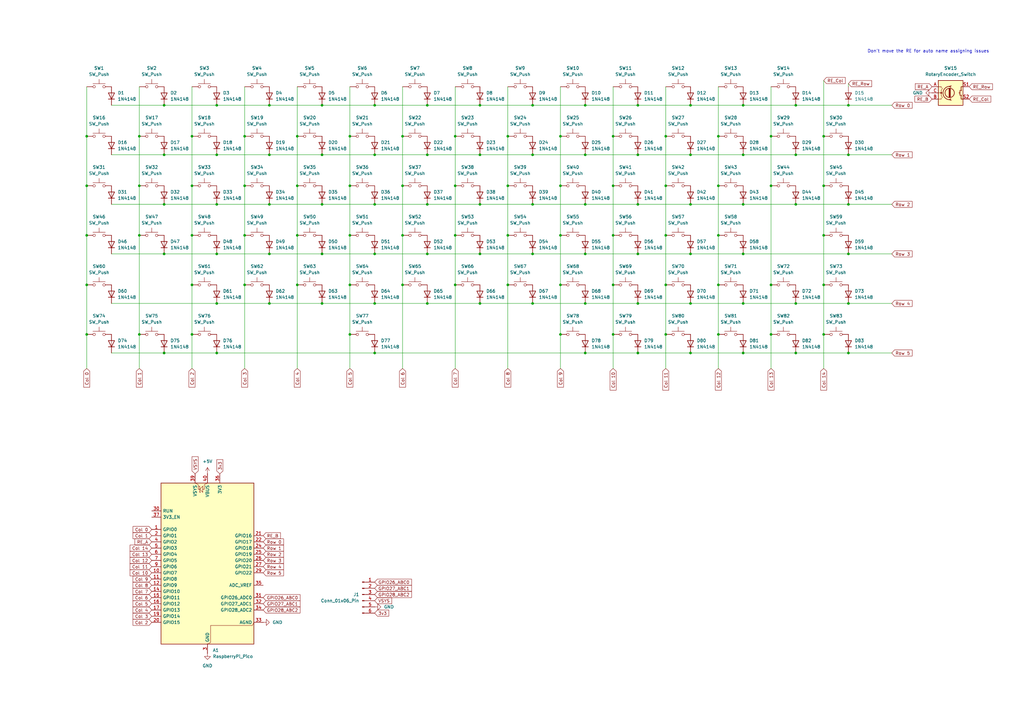
<source format=kicad_sch>
(kicad_sch (version 20250114) (generator "eeschema") (generator_version "9.0")
  (paper "A3")
  (text "Don't move the RE for auto name assigning issues\n" (at 380.746 21.082 0) (effects (font (size 1.27 1.27))))
  (junction (at 143.51 116.84))
  (junction (at 132.08 43.18))
  (junction (at 132.08 83.82))
  (junction (at 165.1 55.88))
  (junction (at 132.08 63.5))
  (junction (at 208.28 96.52))
  (junction (at 196.85 63.5))
  (junction (at 186.69 76.2))
  (junction (at 88.9 63.5))
  (junction (at 67.31 144.78))
  (junction (at 261.62 104.14))
  (junction (at 273.05 137.16))
  (junction (at 88.9 124.46))
  (junction (at 240.03 63.5))
  (junction (at 153.67 104.14))
  (junction (at 283.21 144.78))
  (junction (at 35.56 55.88))
  (junction (at 153.67 124.46))
  (junction (at 88.9 43.18))
  (junction (at 283.21 63.5))
  (junction (at 175.26 124.46))
  (junction (at 143.51 76.2))
  (junction (at 218.44 63.5))
  (junction (at 273.05 116.84))
  (junction (at 304.8 63.5))
  (junction (at 175.26 104.14))
  (junction (at 294.64 137.16))
  (junction (at 218.44 124.46))
  (junction (at 347.98 144.78))
  (junction (at 35.56 76.2))
  (junction (at 100.33 116.84))
  (junction (at 35.56 137.16))
  (junction (at 347.98 124.46))
  (junction (at 229.87 116.84))
  (junction (at 143.51 96.52))
  (junction (at 175.26 43.18))
  (junction (at 67.31 43.18))
  (junction (at 240.03 124.46))
  (junction (at 316.23 116.84))
  (junction (at 186.69 96.52))
  (junction (at 304.8 144.78))
  (junction (at 294.64 76.2))
  (junction (at 175.26 63.5))
  (junction (at 304.8 104.14))
  (junction (at 153.67 144.78))
  (junction (at 121.92 116.84))
  (junction (at 57.15 96.52))
  (junction (at 57.15 55.88))
  (junction (at 110.49 104.14))
  (junction (at 326.39 63.5))
  (junction (at 326.39 124.46))
  (junction (at 78.74 137.16))
  (junction (at 251.46 55.88))
  (junction (at 78.74 96.52))
  (junction (at 337.82 137.16))
  (junction (at 251.46 116.84))
  (junction (at 304.8 83.82))
  (junction (at 218.44 104.14))
  (junction (at 100.33 96.52))
  (junction (at 326.39 43.18))
  (junction (at 218.44 83.82))
  (junction (at 261.62 63.5))
  (junction (at 316.23 55.88))
  (junction (at 347.98 83.82))
  (junction (at 337.82 76.2))
  (junction (at 121.92 96.52))
  (junction (at 294.64 55.88))
  (junction (at 121.92 55.88))
  (junction (at 316.23 137.16))
  (junction (at 57.15 76.2))
  (junction (at 218.44 43.18))
  (junction (at 229.87 137.16))
  (junction (at 143.51 55.88))
  (junction (at 273.05 55.88))
  (junction (at 196.85 124.46))
  (junction (at 78.74 116.84))
  (junction (at 196.85 83.82))
  (junction (at 78.74 76.2))
  (junction (at 240.03 43.18))
  (junction (at 196.85 104.14))
  (junction (at 153.67 43.18))
  (junction (at 294.64 96.52))
  (junction (at 153.67 63.5))
  (junction (at 143.51 137.16))
  (junction (at 153.67 83.82))
  (junction (at 304.8 124.46))
  (junction (at 78.74 55.88))
  (junction (at 347.98 104.14))
  (junction (at 100.33 55.88))
  (junction (at 294.64 116.84))
  (junction (at 88.9 104.14))
  (junction (at 273.05 96.52))
  (junction (at 229.87 55.88))
  (junction (at 261.62 83.82))
  (junction (at 316.23 76.2))
  (junction (at 261.62 43.18))
  (junction (at 347.98 63.5))
  (junction (at 165.1 116.84))
  (junction (at 251.46 96.52))
  (junction (at 261.62 124.46))
  (junction (at 57.15 137.16))
  (junction (at 67.31 83.82))
  (junction (at 110.49 63.5))
  (junction (at 110.49 83.82))
  (junction (at 283.21 43.18))
  (junction (at 88.9 83.82))
  (junction (at 132.08 104.14))
  (junction (at 175.26 83.82))
  (junction (at 208.28 55.88))
  (junction (at 67.31 63.5))
  (junction (at 304.8 43.18))
  (junction (at 186.69 116.84))
  (junction (at 165.1 96.52))
  (junction (at 67.31 104.14))
  (junction (at 186.69 55.88))
  (junction (at 100.33 76.2))
  (junction (at 240.03 144.78))
  (junction (at 326.39 144.78))
  (junction (at 240.03 104.14))
  (junction (at 110.49 124.46))
  (junction (at 283.21 104.14))
  (junction (at 35.56 96.52))
  (junction (at 337.82 55.88))
  (junction (at 337.82 96.52))
  (junction (at 283.21 124.46))
  (junction (at 347.98 43.18))
  (junction (at 110.49 43.18))
  (junction (at 251.46 76.2))
  (junction (at 88.9 144.78))
  (junction (at 240.03 83.82))
  (junction (at 165.1 76.2))
  (junction (at 326.39 83.82))
  (junction (at 121.92 76.2))
  (junction (at 261.62 144.78))
  (junction (at 273.05 76.2))
  (junction (at 132.08 124.46))
  (junction (at 196.85 43.18))
  (junction (at 229.87 76.2))
  (junction (at 35.56 116.84))
  (junction (at 337.82 116.84))
  (junction (at 283.21 83.82))
  (junction (at 208.28 76.2))
  (junction (at 251.46 137.16))
  (junction (at 229.87 96.52))
  (junction (at 208.28 116.84))
  (wire (pts (xy 45.72 124.46) (xy 88.9 124.46)))
  (wire (pts (xy 240.03 124.46) (xy 261.62 124.46)))
  (wire (pts (xy 337.82 116.84) (xy 337.82 137.16)))
  (wire (pts (xy 78.74 55.88) (xy 78.74 76.2)))
  (wire (pts (xy 229.87 137.16) (xy 229.87 151.13)))
  (wire (pts (xy 100.33 151.13) (xy 100.33 116.84)))
  (wire (pts (xy 45.72 83.82) (xy 67.31 83.82)))
  (wire (pts (xy 110.49 124.46) (xy 132.08 124.46)))
  (wire (pts (xy 304.8 104.14) (xy 347.98 104.14)))
  (wire (pts (xy 78.74 35.56) (xy 78.74 55.88)))
  (wire (pts (xy 283.21 144.78) (xy 304.8 144.78)))
  (wire (pts (xy 153.67 43.18) (xy 175.26 43.18)))
  (wire (pts (xy 208.28 96.52) (xy 208.28 116.84)))
  (wire (pts (xy 337.82 55.88) (xy 337.82 76.2)))
  (wire (pts (xy 218.44 83.82) (xy 240.03 83.82)))
  (wire (pts (xy 153.67 104.14) (xy 175.26 104.14)))
  (wire (pts (xy 365.76 43.18) (xy 347.98 43.18)))
  (wire (pts (xy 35.56 55.88) (xy 35.56 76.2)))
  (wire (pts (xy 88.9 83.82) (xy 110.49 83.82)))
  (wire (pts (xy 110.49 43.18) (xy 132.08 43.18)))
  (wire (pts (xy 316.23 137.16) (xy 316.23 151.13)))
  (wire (pts (xy 100.33 55.88) (xy 100.33 76.2)))
  (wire (pts (xy 35.56 116.84) (xy 35.56 137.16)))
  (wire (pts (xy 143.51 55.88) (xy 143.51 76.2)))
  (wire (pts (xy 326.39 43.18) (xy 347.98 43.18)))
  (wire (pts (xy 35.56 35.56) (xy 35.56 55.88)))
  (wire (pts (xy 132.08 83.82) (xy 153.67 83.82)))
  (wire (pts (xy 229.87 76.2) (xy 229.87 96.52)))
  (wire (pts (xy 304.8 124.46) (xy 326.39 124.46)))
  (wire (pts (xy 57.15 35.56) (xy 57.15 55.88)))
  (wire (pts (xy 143.51 151.13) (xy 143.51 137.16)))
  (wire (pts (xy 35.56 96.52) (xy 35.56 116.84)))
  (wire (pts (xy 273.05 96.52) (xy 273.05 116.84)))
  (wire (pts (xy 261.62 83.82) (xy 283.21 83.82)))
  (wire (pts (xy 196.85 63.5) (xy 218.44 63.5)))
  (wire (pts (xy 283.21 124.46) (xy 304.8 124.46)))
  (wire (pts (xy 175.26 63.5) (xy 196.85 63.5)))
  (wire (pts (xy 196.85 43.18) (xy 218.44 43.18)))
  (wire (pts (xy 283.21 83.82) (xy 304.8 83.82)))
  (wire (pts (xy 251.46 137.16) (xy 251.46 151.13)))
  (wire (pts (xy 57.15 137.16) (xy 57.15 151.13)))
  (wire (pts (xy 218.44 43.18) (xy 240.03 43.18)))
  (wire (pts (xy 35.56 151.13) (xy 35.56 137.16)))
  (wire (pts (xy 294.64 35.56) (xy 294.64 55.88)))
  (wire (pts (xy 337.82 76.2) (xy 337.82 96.52)))
  (wire (pts (xy 67.31 104.14) (xy 88.9 104.14)))
  (wire (pts (xy 196.85 124.46) (xy 218.44 124.46)))
  (wire (pts (xy 240.03 144.78) (xy 261.62 144.78)))
  (wire (pts (xy 337.82 33.02) (xy 337.82 55.88)))
  (wire (pts (xy 88.9 63.5) (xy 110.49 63.5)))
  (wire (pts (xy 365.76 83.82) (xy 347.98 83.82)))
  (wire (pts (xy 294.64 55.88) (xy 294.64 76.2)))
  (wire (pts (xy 251.46 116.84) (xy 251.46 137.16)))
  (wire (pts (xy 208.28 76.2) (xy 208.28 96.52)))
  (wire (pts (xy 143.51 76.2) (xy 143.51 96.52)))
  (wire (pts (xy 67.31 63.5) (xy 88.9 63.5)))
  (wire (pts (xy 326.39 124.46) (xy 347.98 124.46)))
  (wire (pts (xy 218.44 124.46) (xy 240.03 124.46)))
  (wire (pts (xy 240.03 104.14) (xy 261.62 104.14)))
  (wire (pts (xy 186.69 55.88) (xy 186.69 76.2)))
  (wire (pts (xy 261.62 43.18) (xy 283.21 43.18)))
  (wire (pts (xy 165.1 76.2) (xy 165.1 96.52)))
  (wire (pts (xy 132.08 43.18) (xy 153.67 43.18)))
  (wire (pts (xy 304.8 63.5) (xy 326.39 63.5)))
  (wire (pts (xy 186.69 96.52) (xy 186.69 116.84)))
  (wire (pts (xy 57.15 96.52) (xy 57.15 137.16)))
  (wire (pts (xy 240.03 83.82) (xy 261.62 83.82)))
  (wire (pts (xy 273.05 76.2) (xy 273.05 96.52)))
  (wire (pts (xy 35.56 76.2) (xy 35.56 96.52)))
  (wire (pts (xy 304.8 144.78) (xy 326.39 144.78)))
  (wire (pts (xy 175.26 43.18) (xy 196.85 43.18)))
  (wire (pts (xy 132.08 104.14) (xy 153.67 104.14)))
  (wire (pts (xy 153.67 83.82) (xy 175.26 83.82)))
  (wire (pts (xy 208.28 35.56) (xy 208.28 55.88)))
  (wire (pts (xy 165.1 35.56) (xy 165.1 55.88)))
  (wire (pts (xy 88.9 124.46) (xy 110.49 124.46)))
  (wire (pts (xy 261.62 144.78) (xy 283.21 144.78)))
  (wire (pts (xy 143.51 96.52) (xy 143.51 116.84)))
  (wire (pts (xy 88.9 104.14) (xy 110.49 104.14)))
  (wire (pts (xy 57.15 76.2) (xy 57.15 96.52)))
  (wire (pts (xy 100.33 35.56) (xy 100.33 55.88)))
  (wire (pts (xy 251.46 96.52) (xy 251.46 116.84)))
  (wire (pts (xy 143.51 116.84) (xy 143.51 137.16)))
  (wire (pts (xy 316.23 35.56) (xy 316.23 55.88)))
  (wire (pts (xy 121.92 55.88) (xy 121.92 76.2)))
  (wire (pts (xy 186.69 35.56) (xy 186.69 55.88)))
  (wire (pts (xy 294.64 116.84) (xy 294.64 137.16)))
  (wire (pts (xy 347.98 104.14) (xy 365.76 104.14)))
  (wire (pts (xy 294.64 96.52) (xy 294.64 116.84)))
  (wire (pts (xy 229.87 35.56) (xy 229.87 55.88)))
  (wire (pts (xy 229.87 55.88) (xy 229.87 76.2)))
  (wire (pts (xy 283.21 104.14) (xy 304.8 104.14)))
  (wire (pts (xy 67.31 144.78) (xy 88.9 144.78)))
  (wire (pts (xy 175.26 104.14) (xy 196.85 104.14)))
  (wire (pts (xy 88.9 43.18) (xy 110.49 43.18)))
  (wire (pts (xy 57.15 55.88) (xy 57.15 76.2)))
  (wire (pts (xy 251.46 76.2) (xy 251.46 96.52)))
  (wire (pts (xy 240.03 63.5) (xy 261.62 63.5)))
  (wire (pts (xy 45.72 63.5) (xy 67.31 63.5)))
  (wire (pts (xy 110.49 63.5) (xy 132.08 63.5)))
  (wire (pts (xy 67.31 83.82) (xy 88.9 83.82)))
  (wire (pts (xy 165.1 96.52) (xy 165.1 116.84)))
  (wire (pts (xy 273.05 35.56) (xy 273.05 55.88)))
  (wire (pts (xy 304.8 83.82) (xy 326.39 83.82)))
  (wire (pts (xy 67.31 43.18) (xy 88.9 43.18)))
  (wire (pts (xy 100.33 96.52) (xy 100.33 116.84)))
  (wire (pts (xy 175.26 124.46) (xy 196.85 124.46)))
  (wire (pts (xy 153.67 124.46) (xy 175.26 124.46)))
  (wire (pts (xy 261.62 104.14) (xy 283.21 104.14)))
  (wire (pts (xy 175.26 83.82) (xy 196.85 83.82)))
  (wire (pts (xy 132.08 124.46) (xy 153.67 124.46)))
  (wire (pts (xy 100.33 76.2) (xy 100.33 96.52)))
  (wire (pts (xy 78.74 151.13) (xy 78.74 137.16)))
  (wire (pts (xy 78.74 96.52) (xy 78.74 116.84)))
  (wire (pts (xy 229.87 116.84) (xy 229.87 137.16)))
  (wire (pts (xy 283.21 43.18) (xy 304.8 43.18)))
  (wire (pts (xy 165.1 55.88) (xy 165.1 76.2)))
  (wire (pts (xy 283.21 63.5) (xy 304.8 63.5)))
  (wire (pts (xy 347.98 34.29) (xy 347.98 35.56)))
  (wire (pts (xy 45.72 43.18) (xy 67.31 43.18)))
  (wire (pts (xy 365.76 124.46) (xy 347.98 124.46)))
  (wire (pts (xy 121.92 76.2) (xy 121.92 96.52)))
  (wire (pts (xy 273.05 116.84) (xy 273.05 137.16)))
  (wire (pts (xy 45.72 104.14) (xy 67.31 104.14)))
  (wire (pts (xy 261.62 63.5) (xy 283.21 63.5)))
  (wire (pts (xy 273.05 55.88) (xy 273.05 76.2)))
  (wire (pts (xy 110.49 83.82) (xy 132.08 83.82)))
  (wire (pts (xy 132.08 63.5) (xy 153.67 63.5)))
  (wire (pts (xy 304.8 43.18) (xy 326.39 43.18)))
  (wire (pts (xy 326.39 63.5) (xy 347.98 63.5)))
  (wire (pts (xy 196.85 104.14) (xy 218.44 104.14)))
  (wire (pts (xy 273.05 137.16) (xy 273.05 151.13)))
  (wire (pts (xy 316.23 55.88) (xy 316.23 76.2)))
  (wire (pts (xy 78.74 116.84) (xy 78.74 137.16)))
  (wire (pts (xy 347.98 63.5) (xy 365.76 63.5)))
  (wire (pts (xy 165.1 116.84) (xy 165.1 151.13)))
  (wire (pts (xy 365.76 144.78) (xy 347.98 144.78)))
  (wire (pts (xy 326.39 144.78) (xy 347.98 144.78)))
  (wire (pts (xy 337.82 137.16) (xy 337.82 151.13)))
  (wire (pts (xy 208.28 151.13) (xy 208.28 116.84)))
  (wire (pts (xy 218.44 63.5) (xy 240.03 63.5)))
  (wire (pts (xy 240.03 43.18) (xy 261.62 43.18)))
  (wire (pts (xy 78.74 76.2) (xy 78.74 96.52)))
  (wire (pts (xy 261.62 124.46) (xy 283.21 124.46)))
  (wire (pts (xy 294.64 76.2) (xy 294.64 96.52)))
  (wire (pts (xy 294.64 151.13) (xy 294.64 137.16)))
  (wire (pts (xy 88.9 144.78) (xy 153.67 144.78)))
  (wire (pts (xy 110.49 104.14) (xy 132.08 104.14)))
  (wire (pts (xy 121.92 35.56) (xy 121.92 55.88)))
  (wire (pts (xy 208.28 55.88) (xy 208.28 76.2)))
  (wire (pts (xy 121.92 151.13) (xy 121.92 116.84)))
  (wire (pts (xy 186.69 116.84) (xy 186.69 151.13)))
  (wire (pts (xy 186.69 76.2) (xy 186.69 96.52)))
  (wire (pts (xy 251.46 55.88) (xy 251.46 76.2)))
  (wire (pts (xy 316.23 76.2) (xy 316.23 116.84)))
  (wire (pts (xy 218.44 104.14) (xy 240.03 104.14)))
  (wire (pts (xy 326.39 83.82) (xy 347.98 83.82)))
  (wire (pts (xy 121.92 96.52) (xy 121.92 116.84)))
  (wire (pts (xy 316.23 116.84) (xy 316.23 137.16)))
  (wire (pts (xy 229.87 96.52) (xy 229.87 116.84)))
  (wire (pts (xy 143.51 35.56) (xy 143.51 55.88)))
  (wire (pts (xy 337.82 96.52) (xy 337.82 116.84)))
  (wire (pts (xy 251.46 35.56) (xy 251.46 55.88)))
  (wire (pts (xy 45.72 144.78) (xy 67.31 144.78)))
  (wire (pts (xy 153.67 144.78) (xy 240.03 144.78)))
  (wire (pts (xy 153.67 63.5) (xy 175.26 63.5)))
  (wire (pts (xy 196.85 83.82) (xy 218.44 83.82)))
  (global_label "Col 14" (shape input) (at 337.82 151.13 270) (property "Intersheetrefs" "${INTERSHEET_REFS}" (effects (hide yes))))
  (global_label "Row 0" (shape input) (at 365.76 43.18 0) (property "Intersheetrefs" "${INTERSHEET_REFS}" (effects (hide yes))))
  (global_label "GPIO28_ABC2" (shape input) (at 107.95 250.19 0) (property "Intersheetrefs" "${INTERSHEET_REFS}" (effects (hide yes))))
  (global_label "Col 3" (shape input) (at 100.33 151.13 270) (property "Intersheetrefs" "${INTERSHEET_REFS}" (effects (hide yes))))
  (global_label "Col 8" (shape input) (at 62.23 240.03 180) (property "Intersheetrefs" "${INTERSHEET_REFS}" (effects (hide yes))))
  (global_label "Col 12" (shape input) (at 294.64 151.13 270) (property "Intersheetrefs" "${INTERSHEET_REFS}" (effects (hide yes))))
  (global_label "Col 0" (shape input) (at 35.56 151.13 270) (property "Intersheetrefs" "${INTERSHEET_REFS}" (effects (hide yes))))
  (global_label "RE_Col" (shape input) (at 397.51 40.64 0) (property "Intersheetrefs" "${INTERSHEET_REFS}" (effects (hide yes))))
  (global_label "RE_Row" (shape input) (at 397.51 35.56 0) (property "Intersheetrefs" "${INTERSHEET_REFS}" (effects (hide yes))))
  (global_label "Col 13" (shape input) (at 316.23 151.13 270) (property "Intersheetrefs" "${INTERSHEET_REFS}" (effects (hide yes))))
  (global_label "Row 5" (shape input) (at 365.76 144.78 0) (property "Intersheetrefs" "${INTERSHEET_REFS}" (effects (hide yes))))
  (global_label "Row 5" (shape input) (at 107.95 234.95 0) (property "Intersheetrefs" "${INTERSHEET_REFS}" (effects (hide yes))))
  (global_label "Row 4" (shape input) (at 107.95 232.41 0) (property "Intersheetrefs" "${INTERSHEET_REFS}" (effects (hide yes))))
  (global_label "Col 3" (shape input) (at 62.23 252.73 180) (property "Intersheetrefs" "${INTERSHEET_REFS}" (effects (hide yes))))
  (global_label "Row 2" (shape input) (at 365.76 83.82 0) (property "Intersheetrefs" "${INTERSHEET_REFS}" (effects (hide yes))))
  (global_label "GPIO26_ABC0" (shape input) (at 153.67 238.76 0) (property "Intersheetrefs" "${INTERSHEET_REFS}" (effects (hide yes))))
  (global_label "Row 3" (shape input) (at 107.95 229.87 0) (property "Intersheetrefs" "${INTERSHEET_REFS}" (effects (hide yes))))
  (global_label "RE_Col" (shape input) (at 337.82 33.02 0) (property "Intersheetrefs" "${INTERSHEET_REFS}" (effects (hide yes))))
  (global_label "3v3" (shape input) (at 90.17 194.31 90) (property "Intersheetrefs" "${INTERSHEET_REFS}" (effects (hide yes))))
  (global_label "GPIO27_ABC1" (shape input) (at 107.95 247.65 0) (property "Intersheetrefs" "${INTERSHEET_REFS}" (effects (hide yes))))
  (global_label "Col 5" (shape input) (at 62.23 247.65 180) (property "Intersheetrefs" "${INTERSHEET_REFS}" (effects (hide yes))))
  (global_label "GPIO27_ABC1" (shape input) (at 153.67 241.3 0) (property "Intersheetrefs" "${INTERSHEET_REFS}" (effects (hide yes))))
  (global_label "VSYS" (shape input) (at 80.01 194.31 90) (property "Intersheetrefs" "${INTERSHEET_REFS}" (effects (hide yes))))
  (global_label "Col 7" (shape input) (at 62.23 242.57 180) (property "Intersheetrefs" "${INTERSHEET_REFS}" (effects (hide yes))))
  (global_label "Row 1" (shape input) (at 107.95 224.79 0) (property "Intersheetrefs" "${INTERSHEET_REFS}" (effects (hide yes))))
  (global_label "GPIO28_ABC2" (shape input) (at 153.67 243.84 0) (property "Intersheetrefs" "${INTERSHEET_REFS}" (effects (hide yes))))
  (global_label "VSYS" (shape input) (at 153.67 246.38 0) (property "Intersheetrefs" "${INTERSHEET_REFS}" (effects (hide yes))))
  (global_label "Col 9" (shape input) (at 229.87 151.13 270) (property "Intersheetrefs" "${INTERSHEET_REFS}" (effects (hide yes))))
  (global_label "Row 1" (shape input) (at 365.76 63.5 0) (property "Intersheetrefs" "${INTERSHEET_REFS}" (effects (hide yes))))
  (global_label "3v3" (shape input) (at 153.67 251.46 0) (property "Intersheetrefs" "${INTERSHEET_REFS}" (effects (hide yes))))
  (global_label "RE_Row" (shape input) (at 347.98 34.29 0) (property "Intersheetrefs" "${INTERSHEET_REFS}" (effects (hide yes))))
  (global_label "Col 9" (shape input) (at 62.23 237.49 180) (property "Intersheetrefs" "${INTERSHEET_REFS}" (effects (hide yes))))
  (global_label "RE_B" (shape input) (at 382.27 40.64 180) (property "Intersheetrefs" "${INTERSHEET_REFS}" (effects (hide yes))))
  (global_label "Col 13" (shape input) (at 62.23 227.33 180) (property "Intersheetrefs" "${INTERSHEET_REFS}" (effects (hide yes))))
  (global_label "Col 11" (shape input) (at 273.05 151.13 270) (property "Intersheetrefs" "${INTERSHEET_REFS}" (effects (hide yes))))
  (global_label "Row 4" (shape input) (at 365.76 124.46 0) (property "Intersheetrefs" "${INTERSHEET_REFS}" (effects (hide yes))))
  (global_label "Col 10" (shape input) (at 251.46 151.13 270) (property "Intersheetrefs" "${INTERSHEET_REFS}" (effects (hide yes))))
  (global_label "Col 8" (shape input) (at 208.28 151.13 270) (property "Intersheetrefs" "${INTERSHEET_REFS}" (effects (hide yes))))
  (global_label "Col 11" (shape input) (at 62.23 232.41 180) (property "Intersheetrefs" "${INTERSHEET_REFS}" (effects (hide yes))))
  (global_label "Col 7" (shape input) (at 186.69 151.13 270) (property "Intersheetrefs" "${INTERSHEET_REFS}" (effects (hide yes))))
  (global_label "Col 4" (shape input) (at 121.92 151.13 270) (property "Intersheetrefs" "${INTERSHEET_REFS}" (effects (hide yes))))
  (global_label "RE_A" (shape input) (at 382.27 35.56 180) (property "Intersheetrefs" "${INTERSHEET_REFS}" (effects (hide yes))))
  (global_label "RE_B" (shape input) (at 107.95 219.71 0) (property "Intersheetrefs" "${INTERSHEET_REFS}" (effects (hide yes))))
  (global_label "Col 1" (shape input) (at 62.23 219.71 180) (property "Intersheetrefs" "${INTERSHEET_REFS}" (effects (hide yes))))
  (global_label "GPIO26_ABC0" (shape input) (at 107.95 245.11 0) (property "Intersheetrefs" "${INTERSHEET_REFS}" (effects (hide yes))))
  (global_label "RE_A" (shape input) (at 62.23 222.25 180) (property "Intersheetrefs" "${INTERSHEET_REFS}" (effects (hide yes))))
  (global_label "Col 1" (shape input) (at 57.15 151.13 270) (property "Intersheetrefs" "${INTERSHEET_REFS}" (effects (hide yes))))
  (global_label "Col 0" (shape input) (at 62.23 217.17 180) (property "Intersheetrefs" "${INTERSHEET_REFS}" (effects (hide yes))))
  (global_label "Col 5" (shape input) (at 143.51 151.13 270) (property "Intersheetrefs" "${INTERSHEET_REFS}" (effects (hide yes))))
  (global_label "Col 14" (shape input) (at 62.23 224.79 180) (property "Intersheetrefs" "${INTERSHEET_REFS}" (effects (hide yes))))
  (global_label "Col 4" (shape input) (at 62.23 250.19 180) (property "Intersheetrefs" "${INTERSHEET_REFS}" (effects (hide yes))))
  (global_label "Row 0" (shape input) (at 107.95 222.25 0) (property "Intersheetrefs" "${INTERSHEET_REFS}" (effects (hide yes))))
  (global_label "Col 2" (shape input) (at 62.23 255.27 180) (property "Intersheetrefs" "${INTERSHEET_REFS}" (effects (hide yes))))
  (global_label "Col 12" (shape input) (at 62.23 229.87 180) (property "Intersheetrefs" "${INTERSHEET_REFS}" (effects (hide yes))))
  (global_label "Row 3" (shape input) (at 365.76 104.14 0) (property "Intersheetrefs" "${INTERSHEET_REFS}" (effects (hide yes))))
  (global_label "Col 6" (shape input) (at 62.23 245.11 180) (property "Intersheetrefs" "${INTERSHEET_REFS}" (effects (hide yes))))
  (global_label "Col 6" (shape input) (at 165.1 151.13 270) (property "Intersheetrefs" "${INTERSHEET_REFS}" (effects (hide yes))))
  (global_label "Col 10" (shape input) (at 62.23 234.95 180) (property "Intersheetrefs" "${INTERSHEET_REFS}" (effects (hide yes))))
  (global_label "Col 2" (shape input) (at 78.74 151.13 270) (property "Intersheetrefs" "${INTERSHEET_REFS}" (effects (hide yes))))
  (global_label "Row 2" (shape input) (at 107.95 227.33 0) (property "Intersheetrefs" "${INTERSHEET_REFS}" (effects (hide yes))))
  (symbol (lib_id "Diode:1N4148") (at 110.49 59.69 90) (unit 1)
    (property "Reference" "D19" (at 113.03 58.4199 90) (effects (justify right)))
    (property "Value" "1N4148" (at 113.03 60.9599 90) (effects (justify right)))
    (property "Footprint" "Diode_THT:D_DO-35_SOD27_P7.62mm_Horizontal" (effects (hide yes)))
    (property "Datasheet" "https://assets.nexperia.com/documents/data-sheet/1N4148_1N4448.pdf" (effects (hide yes)))
    (property "Description" "100V 0.15A standard switching diode, DO-35" (effects (hide yes)))
    (property "Sim.Device" "D" (effects (hide yes)))
    (property "Sim.Pins" "1=K 2=A" (effects (hide yes)))
  )
  (symbol (lib_id "Switch:SW_Push") (at 105.41 35.56 0) (unit 1)
    (property "Reference" "SW4" (at 105.41 27.94 0))
    (property "Value" "SW_Push" (at 105.41 30.48 0))
    (property "Footprint" "CF_Switch_MX_Hotswap:SW_Hotswap_Kailh_MX_Plated_1.00u_With_Switch" (effects (hide yes)))
    (property "Description" "Push button switch, generic, two pins" (effects (hide yes)))
  )
  (symbol (lib_id "Switch:SW_Push") (at 148.59 137.16 0) (unit 1)
    (property "Reference" "SW77" (at 148.59 129.54 0))
    (property "Value" "SW_Push" (at 148.59 132.08 0))
    (property "Footprint" "CF_Switch_MX_Hotswap:SW_Hotswap_Kailh_MX_Plated_6.25u_With_Switch" (effects (hide yes)))
    (property "Description" "Push button switch, generic, two pins" (effects (hide yes)))
  )
  (symbol (lib_id "Diode:1N4148") (at 261.62 59.69 90) (unit 1)
    (property "Reference" "D26" (at 264.16 58.4199 90) (effects (justify right)))
    (property "Value" "1N4148" (at 264.16 60.9599 90) (effects (justify right)))
    (property "Footprint" "Diode_THT:D_DO-35_SOD27_P7.62mm_Horizontal" (effects (hide yes)))
    (property "Datasheet" "https://assets.nexperia.com/documents/data-sheet/1N4148_1N4448.pdf" (effects (hide yes)))
    (property "Description" "100V 0.15A standard switching diode, DO-35" (effects (hide yes)))
    (property "Sim.Device" "D" (effects (hide yes)))
    (property "Sim.Pins" "1=K 2=A" (effects (hide yes)))
  )
  (symbol (lib_id "Diode:1N4148") (at 240.03 80.01 90) (unit 1)
    (property "Reference" "D40" (at 242.57 78.7399 90) (effects (justify right)))
    (property "Value" "1N4148" (at 242.57 81.2799 90) (effects (justify right)))
    (property "Footprint" "Diode_THT:D_DO-35_SOD27_P7.62mm_Horizontal" (effects (hide yes)))
    (property "Datasheet" "https://assets.nexperia.com/documents/data-sheet/1N4148_1N4448.pdf" (effects (hide yes)))
    (property "Description" "100V 0.15A standard switching diode, DO-35" (effects (hide yes)))
    (property "Sim.Device" "D" (effects (hide yes)))
    (property "Sim.Pins" "1=K 2=A" (effects (hide yes)))
  )
  (symbol (lib_id "Switch:SW_Push") (at 83.82 76.2 0) (unit 1)
    (property "Reference" "SW33" (at 83.82 68.58 0))
    (property "Value" "SW_Push" (at 83.82 71.12 0))
    (property "Footprint" "CF_Switch_MX_Hotswap:SW_Hotswap_Kailh_MX_Plated_1.00u_With_Switch" (effects (hide yes)))
    (property "Description" "Push button switch, generic, two pins" (effects (hide yes)))
  )
  (symbol (lib_id "Switch:SW_Push") (at 278.13 35.56 0) (unit 1)
    (property "Reference" "SW12" (at 278.13 27.94 0))
    (property "Value" "SW_Push" (at 278.13 30.48 0))
    (property "Footprint" "CF_Switch_MX_Hotswap:SW_Hotswap_Kailh_MX_Plated_1.00u_With_Switch" (effects (hide yes)))
    (property "Description" "Push button switch, generic, two pins" (effects (hide yes)))
  )
  (symbol (lib_id "Switch:SW_Push") (at 256.54 76.2 0) (unit 1)
    (property "Reference" "SW41" (at 256.54 68.58 0))
    (property "Value" "SW_Push" (at 256.54 71.12 0))
    (property "Footprint" "CF_Switch_MX_Hotswap:SW_Hotswap_Kailh_MX_Plated_1.00u_With_Switch" (effects (hide yes)))
    (property "Description" "Push button switch, generic, two pins" (effects (hide yes)))
  )
  (symbol (lib_id "Switch:SW_Push") (at 234.95 76.2 0) (unit 1)
    (property "Reference" "SW40" (at 234.95 68.58 0))
    (property "Value" "SW_Push" (at 234.95 71.12 0))
    (property "Footprint" "CF_Switch_MX_Hotswap:SW_Hotswap_Kailh_MX_Plated_1.00u_With_Switch" (effects (hide yes)))
    (property "Description" "Push button switch, generic, two pins" (effects (hide yes)))
  )
  (symbol (lib_id "Switch:SW_Push") (at 234.95 55.88 0) (unit 1)
    (property "Reference" "SW25" (at 234.95 48.26 0))
    (property "Value" "SW_Push" (at 234.95 50.8 0))
    (property "Footprint" "CF_Switch_MX_Hotswap:SW_Hotswap_Kailh_MX_Plated_1.00u_With_Switch" (effects (hide yes)))
    (property "Description" "Push button switch, generic, two pins" (effects (hide yes)))
  )
  (symbol (lib_id "Diode:1N4148") (at 67.31 59.69 90) (unit 1)
    (property "Reference" "D17" (at 69.85 58.4199 90) (effects (justify right)))
    (property "Value" "1N4148" (at 69.85 60.9599 90) (effects (justify right)))
    (property "Footprint" "Diode_THT:D_DO-35_SOD27_P7.62mm_Horizontal" (effects (hide yes)))
    (property "Datasheet" "https://assets.nexperia.com/documents/data-sheet/1N4148_1N4448.pdf" (effects (hide yes)))
    (property "Description" "100V 0.15A standard switching diode, DO-35" (effects (hide yes)))
    (property "Sim.Device" "D" (effects (hide yes)))
    (property "Sim.Pins" "1=K 2=A" (effects (hide yes)))
  )
  (symbol (lib_id "Switch:SW_Push") (at 105.41 96.52 0) (unit 1)
    (property "Reference" "SW49" (at 105.41 88.9 0))
    (property "Value" "SW_Push" (at 105.41 91.44 0))
    (property "Footprint" "CF_Switch_MX_Hotswap:SW_Hotswap_Kailh_MX_Plated_1.00u_With_Switch" (effects (hide yes)))
    (property "Description" "Push button switch, generic, two pins" (effects (hide yes)))
  )
  (symbol (lib_id "Diode:1N4148") (at 175.26 100.33 90) (unit 1)
    (property "Reference" "D52" (at 177.8 99.0599 90) (effects (justify right)))
    (property "Value" "1N4148" (at 177.8 101.5999 90) (effects (justify right)))
    (property "Footprint" "Diode_THT:D_DO-35_SOD27_P7.62mm_Horizontal" (effects (hide yes)))
    (property "Datasheet" "https://assets.nexperia.com/documents/data-sheet/1N4148_1N4448.pdf" (effects (hide yes)))
    (property "Description" "100V 0.15A standard switching diode, DO-35" (effects (hide yes)))
    (property "Sim.Device" "D" (effects (hide yes)))
    (property "Sim.Pins" "1=K 2=A" (effects (hide yes)))
  )
  (symbol (lib_id "Switch:SW_Push") (at 256.54 137.16 0) (unit 1)
    (property "Reference" "SW79" (at 256.54 129.54 0))
    (property "Value" "SW_Push" (at 256.54 132.08 0))
    (property "Footprint" "CF_Switch_MX_Hotswap:SW_Hotswap_Kailh_MX_Plated_1.00u_With_Switch" (effects (hide yes)))
    (property "Description" "Push button switch, generic, two pins" (effects (hide yes)))
  )
  (symbol (lib_id "Diode:1N4148") (at 196.85 39.37 90) (unit 1)
    (property "Reference" "D8" (at 199.39 38.0999 90) (effects (justify right)))
    (property "Value" "1N4148" (at 199.39 40.6399 90) (effects (justify right)))
    (property "Footprint" "Diode_THT:D_DO-35_SOD27_P7.62mm_Horizontal" (effects (hide yes)))
    (property "Datasheet" "https://assets.nexperia.com/documents/data-sheet/1N4148_1N4448.pdf" (effects (hide yes)))
    (property "Description" "100V 0.15A standard switching diode, DO-35" (effects (hide yes)))
    (property "Sim.Device" "D" (effects (hide yes)))
    (property "Sim.Pins" "1=K 2=A" (effects (hide yes)))
  )
  (symbol (lib_id "Diode:1N4148") (at 326.39 59.69 90) (unit 1)
    (property "Reference" "D29" (at 328.93 58.4199 90) (effects (justify right)))
    (property "Value" "1N4148" (at 328.93 60.9599 90) (effects (justify right)))
    (property "Footprint" "Diode_THT:D_DO-35_SOD27_P7.62mm_Horizontal" (effects (hide yes)))
    (property "Datasheet" "https://assets.nexperia.com/documents/data-sheet/1N4148_1N4448.pdf" (effects (hide yes)))
    (property "Description" "100V 0.15A standard switching diode, DO-35" (effects (hide yes)))
    (property "Sim.Device" "D" (effects (hide yes)))
    (property "Sim.Pins" "1=K 2=A" (effects (hide yes)))
  )
  (symbol (lib_id "Diode:1N4148") (at 240.03 39.37 90) (unit 1)
    (property "Reference" "D10" (at 242.57 38.0999 90) (effects (justify right)))
    (property "Value" "1N4148" (at 242.57 40.6399 90) (effects (justify right)))
    (property "Footprint" "Diode_THT:D_DO-35_SOD27_P7.62mm_Horizontal" (effects (hide yes)))
    (property "Datasheet" "https://assets.nexperia.com/documents/data-sheet/1N4148_1N4448.pdf" (effects (hide yes)))
    (property "Description" "100V 0.15A standard switching diode, DO-35" (effects (hide yes)))
    (property "Sim.Device" "D" (effects (hide yes)))
    (property "Sim.Pins" "1=K 2=A" (effects (hide yes)))
  )
  (symbol (lib_id "Switch:SW_Push") (at 40.64 116.84 0) (unit 1)
    (property "Reference" "SW60" (at 40.64 109.22 0))
    (property "Value" "SW_Push" (at 40.64 111.76 0))
    (property "Footprint" "CF_Switch_MX_Hotswap:SW_Hotswap_Kailh_MX_Plated_2.25u_With_Switch" (effects (hide yes)))
    (property "Description" "Push button switch, generic, two pins" (effects (hide yes)))
  )
  (symbol (lib_id "Switch:SW_Push") (at 40.64 55.88 0) (unit 1)
    (property "Reference" "SW16" (at 40.64 48.26 0))
    (property "Value" "SW_Push" (at 40.64 50.8 0))
    (property "Footprint" "CF_Switch_MX_Hotswap:SW_Hotswap_Kailh_MX_Plated_1.00u_With_Switch" (effects (hide yes)))
    (property "Description" "Push button switch, generic, two pins" (effects (hide yes)))
  )
  (symbol (lib_id "Diode:1N4148") (at 132.08 59.69 90) (unit 1)
    (property "Reference" "D20" (at 134.62 58.4199 90) (effects (justify right)))
    (property "Value" "1N4148" (at 134.62 60.9599 90) (effects (justify right)))
    (property "Footprint" "Diode_THT:D_DO-35_SOD27_P7.62mm_Horizontal" (effects (hide yes)))
    (property "Datasheet" "https://assets.nexperia.com/documents/data-sheet/1N4148_1N4448.pdf" (effects (hide yes)))
    (property "Description" "100V 0.15A standard switching diode, DO-35" (effects (hide yes)))
    (property "Sim.Device" "D" (effects (hide yes)))
    (property "Sim.Pins" "1=K 2=A" (effects (hide yes)))
  )
  (symbol (lib_id "Switch:SW_Push") (at 83.82 96.52 0) (unit 1)
    (property "Reference" "SW48" (at 83.82 88.9 0))
    (property "Value" "SW_Push" (at 83.82 91.44 0))
    (property "Footprint" "CF_Switch_MX_Hotswap:SW_Hotswap_Kailh_MX_Plated_1.00u_With_Switch" (effects (hide yes)))
    (property "Description" "Push button switch, generic, two pins" (effects (hide yes)))
  )
  (symbol (lib_id "Diode:1N4148") (at 110.49 80.01 90) (unit 1)
    (property "Reference" "D34" (at 113.03 78.7399 90) (effects (justify right)))
    (property "Value" "1N4148" (at 113.03 81.2799 90) (effects (justify right)))
    (property "Footprint" "Diode_THT:D_DO-35_SOD27_P7.62mm_Horizontal" (effects (hide yes)))
    (property "Datasheet" "https://assets.nexperia.com/documents/data-sheet/1N4148_1N4448.pdf" (effects (hide yes)))
    (property "Description" "100V 0.15A standard switching diode, DO-35" (effects (hide yes)))
    (property "Sim.Device" "D" (effects (hide yes)))
    (property "Sim.Pins" "1=K 2=A" (effects (hide yes)))
  )
  (symbol (lib_id "Switch:SW_Push") (at 170.18 76.2 0) (unit 1)
    (property "Reference" "SW37" (at 170.18 68.58 0))
    (property "Value" "SW_Push" (at 170.18 71.12 0))
    (property "Footprint" "CF_Switch_MX_Hotswap:SW_Hotswap_Kailh_MX_Plated_1.00u_With_Switch" (effects (hide yes)))
    (property "Description" "Push button switch, generic, two pins" (effects (hide yes)))
  )
  (symbol (lib_id "Diode:1N4148") (at 88.9 140.97 90) (unit 1)
    (property "Reference" "D76" (at 91.44 139.6999 90) (effects (justify right)))
    (property "Value" "1N4148" (at 91.44 142.2399 90) (effects (justify right)))
    (property "Footprint" "Diode_THT:D_DO-35_SOD27_P7.62mm_Horizontal" (effects (hide yes)))
    (property "Datasheet" "https://assets.nexperia.com/documents/data-sheet/1N4148_1N4448.pdf" (effects (hide yes)))
    (property "Description" "100V 0.15A standard switching diode, DO-35" (effects (hide yes)))
    (property "Sim.Device" "D" (effects (hide yes)))
    (property "Sim.Pins" "1=K 2=A" (effects (hide yes)))
  )
  (symbol (lib_id "Diode:1N4148") (at 153.67 59.69 90) (unit 1)
    (property "Reference" "D21" (at 156.21 58.4199 90) (effects (justify right)))
    (property "Value" "1N4148" (at 156.21 60.9599 90) (effects (justify right)))
    (property "Footprint" "Diode_THT:D_DO-35_SOD27_P7.62mm_Horizontal" (effects (hide yes)))
    (property "Datasheet" "https://assets.nexperia.com/documents/data-sheet/1N4148_1N4448.pdf" (effects (hide yes)))
    (property "Description" "100V 0.15A standard switching diode, DO-35" (effects (hide yes)))
    (property "Sim.Device" "D" (effects (hide yes)))
    (property "Sim.Pins" "1=K 2=A" (effects (hide yes)))
  )
  (symbol (lib_id "Diode:1N4148") (at 240.03 120.65 90) (unit 1)
    (property "Reference" "D68" (at 242.57 119.3799 90) (effects (justify right)))
    (property "Value" "1N4148" (at 242.57 121.9199 90) (effects (justify right)))
    (property "Footprint" "Diode_THT:D_DO-35_SOD27_P7.62mm_Horizontal" (effects (hide yes)))
    (property "Datasheet" "https://assets.nexperia.com/documents/data-sheet/1N4148_1N4448.pdf" (effects (hide yes)))
    (property "Description" "100V 0.15A standard switching diode, DO-35" (effects (hide yes)))
    (property "Sim.Device" "D" (effects (hide yes)))
    (property "Sim.Pins" "1=K 2=A" (effects (hide yes)))
  )
  (symbol (lib_id "Diode:1N4148") (at 67.31 39.37 90) (unit 1)
    (property "Reference" "D2" (at 69.85 38.0999 90) (effects (justify right)))
    (property "Value" "1N4148" (at 69.85 40.6399 90) (effects (justify right)))
    (property "Footprint" "Diode_THT:D_DO-35_SOD27_P7.62mm_Horizontal" (effects (hide yes)))
    (property "Datasheet" "https://assets.nexperia.com/documents/data-sheet/1N4148_1N4448.pdf" (effects (hide yes)))
    (property "Description" "100V 0.15A standard switching diode, DO-35" (effects (hide yes)))
    (property "Sim.Device" "D" (effects (hide yes)))
    (property "Sim.Pins" "1=K 2=A" (effects (hide yes)))
  )
  (symbol (lib_id "Switch:SW_Push") (at 342.9 55.88 0) (unit 1)
    (property "Reference" "SW30" (at 342.9 48.26 0))
    (property "Value" "SW_Push" (at 342.9 50.8 0))
    (property "Footprint" "CF_Switch_MX_Hotswap:SW_Hotswap_Kailh_MX_Plated_1.00u_With_Switch" (effects (hide yes)))
    (property "Description" "Push button switch, generic, two pins" (effects (hide yes)))
  )
  (symbol (lib_id "Switch:SW_Push") (at 299.72 137.16 0) (unit 1)
    (property "Reference" "SW81" (at 299.72 129.54 0))
    (property "Value" "SW_Push" (at 299.72 132.08 0))
    (property "Footprint" "CF_Switch_MX_Hotswap:SW_Hotswap_Kailh_MX_Plated_1.00u_With_Switch" (effects (hide yes)))
    (property "Description" "Push button switch, generic, two pins" (effects (hide yes)))
  )
  (symbol (lib_id "Switch:SW_Push") (at 256.54 55.88 0) (unit 1)
    (property "Reference" "SW26" (at 256.54 48.26 0))
    (property "Value" "SW_Push" (at 256.54 50.8 0))
    (property "Footprint" "CF_Switch_MX_Hotswap:SW_Hotswap_Kailh_MX_Plated_1.00u_With_Switch" (effects (hide yes)))
    (property "Description" "Push button switch, generic, two pins" (effects (hide yes)))
  )
  (symbol (lib_id "Diode:1N4148") (at 88.9 120.65 90) (unit 1)
    (property "Reference" "D61" (at 91.44 119.3799 90) (effects (justify right)))
    (property "Value" "1N4148" (at 91.44 121.9199 90) (effects (justify right)))
    (property "Footprint" "Diode_THT:D_DO-35_SOD27_P7.62mm_Horizontal" (effects (hide yes)))
    (property "Datasheet" "https://assets.nexperia.com/documents/data-sheet/1N4148_1N4448.pdf" (effects (hide yes)))
    (property "Description" "100V 0.15A standard switching diode, DO-35" (effects (hide yes)))
    (property "Sim.Device" "D" (effects (hide yes)))
    (property "Sim.Pins" "1=K 2=A" (effects (hide yes)))
  )
  (symbol (lib_id "Diode:1N4148") (at 45.72 59.69 90) (unit 1)
    (property "Reference" "D16" (at 48.26 58.4199 90) (effects (justify right)))
    (property "Value" "1N4148" (at 48.26 60.9599 90) (effects (justify right)))
    (property "Footprint" "Diode_THT:D_DO-35_SOD27_P7.62mm_Horizontal" (effects (hide yes)))
    (property "Datasheet" "https://assets.nexperia.com/documents/data-sheet/1N4148_1N4448.pdf" (effects (hide yes)))
    (property "Description" "100V 0.15A standard switching diode, DO-35" (effects (hide yes)))
    (property "Sim.Device" "D" (effects (hide yes)))
    (property "Sim.Pins" "1=K 2=A" (effects (hide yes)))
  )
  (symbol (lib_id "Diode:1N4148") (at 153.67 100.33 90) (unit 1)
    (property "Reference" "D51" (at 156.21 99.0599 90) (effects (justify right)))
    (property "Value" "1N4148" (at 156.21 101.5999 90) (effects (justify right)))
    (property "Footprint" "Diode_THT:D_DO-35_SOD27_P7.62mm_Horizontal" (effects (hide yes)))
    (property "Datasheet" "https://assets.nexperia.com/documents/data-sheet/1N4148_1N4448.pdf" (effects (hide yes)))
    (property "Description" "100V 0.15A standard switching diode, DO-35" (effects (hide yes)))
    (property "Sim.Device" "D" (effects (hide yes)))
    (property "Sim.Pins" "1=K 2=A" (effects (hide yes)))
  )
  (symbol (lib_id "Diode:1N4148") (at 88.9 80.01 90) (unit 1)
    (property "Reference" "D33" (at 91.44 78.7399 90) (effects (justify right)))
    (property "Value" "1N4148" (at 91.44 81.2799 90) (effects (justify right)))
    (property "Footprint" "Diode_THT:D_DO-35_SOD27_P7.62mm_Horizontal" (effects (hide yes)))
    (property "Datasheet" "https://assets.nexperia.com/documents/data-sheet/1N4148_1N4448.pdf" (effects (hide yes)))
    (property "Description" "100V 0.15A standard switching diode, DO-35" (effects (hide yes)))
    (property "Sim.Device" "D" (effects (hide yes)))
    (property "Sim.Pins" "1=K 2=A" (effects (hide yes)))
  )
  (symbol (lib_id "Diode:1N4148") (at 261.62 39.37 90) (unit 1)
    (property "Reference" "D11" (at 264.16 38.0999 90) (effects (justify right)))
    (property "Value" "1N4148" (at 264.16 40.6399 90) (effects (justify right)))
    (property "Footprint" "Diode_THT:D_DO-35_SOD27_P7.62mm_Horizontal" (effects (hide yes)))
    (property "Datasheet" "https://assets.nexperia.com/documents/data-sheet/1N4148_1N4448.pdf" (effects (hide yes)))
    (property "Description" "100V 0.15A standard switching diode, DO-35" (effects (hide yes)))
    (property "Sim.Device" "D" (effects (hide yes)))
    (property "Sim.Pins" "1=K 2=A" (effects (hide yes)))
  )
  (symbol (lib_id "Diode:1N4148") (at 132.08 100.33 90) (unit 1)
    (property "Reference" "D50" (at 134.62 99.0599 90) (effects (justify right)))
    (property "Value" "1N4148" (at 134.62 101.5999 90) (effects (justify right)))
    (property "Footprint" "Diode_THT:D_DO-35_SOD27_P7.62mm_Horizontal" (effects (hide yes)))
    (property "Datasheet" "https://assets.nexperia.com/documents/data-sheet/1N4148_1N4448.pdf" (effects (hide yes)))
    (property "Description" "100V 0.15A standard switching diode, DO-35" (effects (hide yes)))
    (property "Sim.Device" "D" (effects (hide yes)))
    (property "Sim.Pins" "1=K 2=A" (effects (hide yes)))
  )
  (symbol (lib_id "Switch:SW_Push") (at 170.18 96.52 0) (unit 1)
    (property "Reference" "SW52" (at 170.18 88.9 0))
    (property "Value" "SW_Push" (at 170.18 91.44 0))
    (property "Footprint" "CF_Switch_MX_Hotswap:SW_Hotswap_Kailh_MX_Plated_1.00u_With_Switch" (effects (hide yes)))
    (property "Description" "Push button switch, generic, two pins" (effects (hide yes)))
  )
  (symbol (lib_id "Diode:1N4148") (at 175.26 59.69 90) (unit 1)
    (property "Reference" "D22" (at 177.8 58.4199 90) (effects (justify right)))
    (property "Value" "1N4148" (at 177.8 60.9599 90) (effects (justify right)))
    (property "Footprint" "Diode_THT:D_DO-35_SOD27_P7.62mm_Horizontal" (effects (hide yes)))
    (property "Datasheet" "https://assets.nexperia.com/documents/data-sheet/1N4148_1N4448.pdf" (effects (hide yes)))
    (property "Description" "100V 0.15A standard switching diode, DO-35" (effects (hide yes)))
    (property "Sim.Device" "D" (effects (hide yes)))
    (property "Sim.Pins" "1=K 2=A" (effects (hide yes)))
  )
  (symbol (lib_id "Diode:1N4148") (at 67.31 140.97 90) (unit 1)
    (property "Reference" "D75" (at 69.85 139.6999 90) (effects (justify right)))
    (property "Value" "1N4148" (at 69.85 142.2399 90) (effects (justify right)))
    (property "Footprint" "Diode_THT:D_DO-35_SOD27_P7.62mm_Horizontal" (effects (hide yes)))
    (property "Datasheet" "https://assets.nexperia.com/documents/data-sheet/1N4148_1N4448.pdf" (effects (hide yes)))
    (property "Description" "100V 0.15A standard switching diode, DO-35" (effects (hide yes)))
    (property "Sim.Device" "D" (effects (hide yes)))
    (property "Sim.Pins" "1=K 2=A" (effects (hide yes)))
  )
  (symbol (lib_id "Switch:SW_Push") (at 105.41 55.88 0) (unit 1)
    (property "Reference" "SW19" (at 105.41 48.26 0))
    (property "Value" "SW_Push" (at 105.41 50.8 0))
    (property "Footprint" "CF_Switch_MX_Hotswap:SW_Hotswap_Kailh_MX_Plated_1.00u_With_Switch" (effects (hide yes)))
    (property "Description" "Push button switch, generic, two pins" (effects (hide yes)))
  )
  (symbol (lib_id "Switch:SW_Push") (at 127 116.84 0) (unit 1)
    (property "Reference" "SW63" (at 127 109.22 0))
    (property "Value" "SW_Push" (at 127 111.76 0))
    (property "Footprint" "CF_Switch_MX_Hotswap:SW_Hotswap_Kailh_MX_Plated_1.00u_With_Switch" (effects (hide yes)))
    (property "Description" "Push button switch, generic, two pins" (effects (hide yes)))
  )
  (symbol (lib_id "Diode:1N4148") (at 261.62 120.65 90) (unit 1)
    (property "Reference" "D69" (at 264.16 119.3799 90) (effects (justify right)))
    (property "Value" "1N4148" (at 264.16 121.9199 90) (effects (justify right)))
    (property "Footprint" "Diode_THT:D_DO-35_SOD27_P7.62mm_Horizontal" (effects (hide yes)))
    (property "Datasheet" "https://assets.nexperia.com/documents/data-sheet/1N4148_1N4448.pdf" (effects (hide yes)))
    (property "Description" "100V 0.15A standard switching diode, DO-35" (effects (hide yes)))
    (property "Sim.Device" "D" (effects (hide yes)))
    (property "Sim.Pins" "1=K 2=A" (effects (hide yes)))
  )
  (symbol (lib_id "Diode:1N4148") (at 326.39 80.01 90) (unit 1)
    (property "Reference" "D44" (at 328.93 78.7399 90) (effects (justify right)))
    (property "Value" "1N4148" (at 328.93 81.2799 90) (effects (justify right)))
    (property "Footprint" "Diode_THT:D_DO-35_SOD27_P7.62mm_Horizontal" (effects (hide yes)))
    (property "Datasheet" "https://assets.nexperia.com/documents/data-sheet/1N4148_1N4448.pdf" (effects (hide yes)))
    (property "Description" "100V 0.15A standard switching diode, DO-35" (effects (hide yes)))
    (property "Sim.Device" "D" (effects (hide yes)))
    (property "Sim.Pins" "1=K 2=A" (effects (hide yes)))
  )
  (symbol (lib_id "Switch:SW_Push") (at 191.77 116.84 0) (unit 1)
    (property "Reference" "SW66" (at 191.77 109.22 0))
    (property "Value" "SW_Push" (at 191.77 111.76 0))
    (property "Footprint" "CF_Switch_MX_Hotswap:SW_Hotswap_Kailh_MX_Plated_1.00u_With_Switch" (effects (hide yes)))
    (property "Description" "Push button switch, generic, two pins" (effects (hide yes)))
  )
  (symbol (lib_id "Switch:SW_Push") (at 342.9 116.84 0) (unit 1)
    (property "Reference" "SW73" (at 342.9 109.22 0))
    (property "Value" "SW_Push" (at 342.9 111.76 0))
    (property "Footprint" "CF_Switch_MX_Hotswap:SW_Hotswap_Kailh_MX_Plated_1.00u_With_Switch" (effects (hide yes)))
    (property "Description" "Push button switch, generic, two pins" (effects (hide yes)))
  )
  (symbol (lib_id "Switch:SW_Push") (at 62.23 137.16 0) (unit 1)
    (property "Reference" "SW75" (at 62.23 129.54 0))
    (property "Value" "SW_Push" (at 62.23 132.08 0))
    (property "Footprint" "CF_Switch_MX_Hotswap:SW_Hotswap_Kailh_MX_Plated_1.25u_With_Switch" (effects (hide yes)))
    (property "Description" "Push button switch, generic, two pins" (effects (hide yes)))
  )
  (symbol (lib_id "Diode:1N4148") (at 196.85 120.65 90) (unit 1)
    (property "Reference" "D66" (at 199.39 119.3799 90) (effects (justify right)))
    (property "Value" "1N4148" (at 199.39 121.9199 90) (effects (justify right)))
    (property "Footprint" "Diode_THT:D_DO-35_SOD27_P7.62mm_Horizontal" (effects (hide yes)))
    (property "Datasheet" "https://assets.nexperia.com/documents/data-sheet/1N4148_1N4448.pdf" (effects (hide yes)))
    (property "Description" "100V 0.15A standard switching diode, DO-35" (effects (hide yes)))
    (property "Sim.Device" "D" (effects (hide yes)))
    (property "Sim.Pins" "1=K 2=A" (effects (hide yes)))
  )
  (symbol (lib_id "Switch:SW_Push") (at 256.54 116.84 0) (unit 1)
    (property "Reference" "SW69" (at 256.54 109.22 0))
    (property "Value" "SW_Push" (at 256.54 111.76 0))
    (property "Footprint" "CF_Switch_MX_Hotswap:SW_Hotswap_Kailh_MX_Plated_1.00u_With_Switch" (effects (hide yes)))
    (property "Description" "Push button switch, generic, two pins" (effects (hide yes)))
  )
  (symbol (lib_id "Switch:SW_Push") (at 83.82 35.56 0) (unit 1)
    (property "Reference" "SW3" (at 83.82 27.94 0))
    (property "Value" "SW_Push" (at 83.82 30.48 0))
    (property "Footprint" "CF_Switch_MX_Hotswap:SW_Hotswap_Kailh_MX_Plated_1.00u_With_Switch" (effects (hide yes)))
    (property "Description" "Push button switch, generic, two pins" (effects (hide yes)))
  )
  (symbol (lib_id "Diode:1N4148") (at 218.44 59.69 90) (unit 1)
    (property "Reference" "D24" (at 220.98 58.4199 90) (effects (justify right)))
    (property "Value" "1N4148" (at 220.98 60.9599 90) (effects (justify right)))
    (property "Footprint" "Diode_THT:D_DO-35_SOD27_P7.62mm_Horizontal" (effects (hide yes)))
    (property "Datasheet" "https://assets.nexperia.com/documents/data-sheet/1N4148_1N4448.pdf" (effects (hide yes)))
    (property "Description" "100V 0.15A standard switching diode, DO-35" (effects (hide yes)))
    (property "Sim.Device" "D" (effects (hide yes)))
    (property "Sim.Pins" "1=K 2=A" (effects (hide yes)))
  )
  (symbol (lib_id "Switch:SW_Push") (at 83.82 116.84 0) (unit 1)
    (property "Reference" "SW61" (at 83.82 109.22 0))
    (property "Value" "SW_Push" (at 83.82 111.76 0))
    (property "Footprint" "CF_Switch_MX_Hotswap:SW_Hotswap_Kailh_MX_Plated_1.00u_With_Switch" (effects (hide yes)))
    (property "Description" "Push button switch, generic, two pins" (effects (hide yes)))
  )
  (symbol (lib_id "Switch:SW_Push") (at 299.72 96.52 0) (unit 1)
    (property "Reference" "SW58" (at 299.72 88.9 0))
    (property "Value" "SW_Push" (at 299.72 91.44 0))
    (property "Footprint" "CF_Switch_MX_Hotswap:SW_Hotswap_Kailh_MX_Plated_2.25u_With_Switch" (effects (hide yes)))
    (property "Description" "Push button switch, generic, two pins" (effects (hide yes)))
  )
  (symbol (lib_id "Switch:SW_Push") (at 170.18 35.56 0) (unit 1)
    (property "Reference" "SW7" (at 170.18 27.94 0))
    (property "Value" "SW_Push" (at 170.18 30.48 0))
    (property "Footprint" "CF_Switch_MX_Hotswap:SW_Hotswap_Kailh_MX_Plated_1.00u_With_Switch" (effects (hide yes)))
    (property "Description" "Push button switch, generic, two pins" (effects (hide yes)))
  )
  (symbol (lib_id "Diode:1N4148") (at 153.67 120.65 90) (unit 1)
    (property "Reference" "D64" (at 156.21 119.3799 90) (effects (justify right)))
    (property "Value" "1N4148" (at 156.21 121.9199 90) (effects (justify right)))
    (property "Footprint" "Diode_THT:D_DO-35_SOD27_P7.62mm_Horizontal" (effects (hide yes)))
    (property "Datasheet" "https://assets.nexperia.com/documents/data-sheet/1N4148_1N4448.pdf" (effects (hide yes)))
    (property "Description" "100V 0.15A standard switching diode, DO-35" (effects (hide yes)))
    (property "Sim.Device" "D" (effects (hide yes)))
    (property "Sim.Pins" "1=K 2=A" (effects (hide yes)))
  )
  (symbol (lib_id "Switch:SW_Push") (at 213.36 96.52 0) (unit 1)
    (property "Reference" "SW54" (at 213.36 88.9 0))
    (property "Value" "SW_Push" (at 213.36 91.44 0))
    (property "Footprint" "CF_Switch_MX_Hotswap:SW_Hotswap_Kailh_MX_Plated_1.00u_With_Switch" (effects (hide yes)))
    (property "Description" "Push button switch, generic, two pins" (effects (hide yes)))
  )
  (symbol (lib_id "Diode:1N4148") (at 304.8 59.69 90) (unit 1)
    (property "Reference" "D28" (at 307.34 58.4199 90) (effects (justify right)))
    (property "Value" "1N4148" (at 307.34 60.9599 90) (effects (justify right)))
    (property "Footprint" "Diode_THT:D_DO-35_SOD27_P7.62mm_Horizontal" (effects (hide yes)))
    (property "Datasheet" "https://assets.nexperia.com/documents/data-sheet/1N4148_1N4448.pdf" (effects (hide yes)))
    (property "Description" "100V 0.15A standard switching diode, DO-35" (effects (hide yes)))
    (property "Sim.Device" "D" (effects (hide yes)))
    (property "Sim.Pins" "1=K 2=A" (effects (hide yes)))
  )
  (symbol (lib_id "Diode:1N4148") (at 45.72 120.65 90) (unit 1)
    (property "Reference" "D60" (at 48.26 119.3799 90) (effects (justify right)))
    (property "Value" "1N4148" (at 48.26 121.9199 90) (effects (justify right)))
    (property "Footprint" "Diode_THT:D_DO-35_SOD27_P7.62mm_Horizontal" (effects (hide yes)))
    (property "Datasheet" "https://assets.nexperia.com/documents/data-sheet/1N4148_1N4448.pdf" (effects (hide yes)))
    (property "Description" "100V 0.15A standard switching diode, DO-35" (effects (hide yes)))
    (property "Sim.Device" "D" (effects (hide yes)))
    (property "Sim.Pins" "1=K 2=A" (effects (hide yes)))
  )
  (symbol (lib_id "Switch:SW_Push") (at 278.13 55.88 0) (unit 1)
    (property "Reference" "SW27" (at 278.13 48.26 0))
    (property "Value" "SW_Push" (at 278.13 50.8 0))
    (property "Footprint" "CF_Switch_MX_Hotswap:SW_Hotswap_Kailh_MX_Plated_1.00u_With_Switch" (effects (hide yes)))
    (property "Description" "Push button switch, generic, two pins" (effects (hide yes)))
  )
  (symbol (lib_id "Switch:SW_Push") (at 127 76.2 0) (unit 1)
    (property "Reference" "SW35" (at 127 68.58 0))
    (property "Value" "SW_Push" (at 127 71.12 0))
    (property "Footprint" "CF_Switch_MX_Hotswap:SW_Hotswap_Kailh_MX_Plated_1.00u_With_Switch" (effects (hide yes)))
    (property "Description" "Push button switch, generic, two pins" (effects (hide yes)))
  )
  (symbol (lib_id "Switch:SW_Push") (at 148.59 116.84 0) (unit 1)
    (property "Reference" "SW64" (at 148.59 109.22 0))
    (property "Value" "SW_Push" (at 148.59 111.76 0))
    (property "Footprint" "CF_Switch_MX_Hotswap:SW_Hotswap_Kailh_MX_Plated_1.00u_With_Switch" (effects (hide yes)))
    (property "Description" "Push button switch, generic, two pins" (effects (hide yes)))
  )
  (symbol (lib_id "Diode:1N4148") (at 283.21 59.69 90) (unit 1)
    (property "Reference" "D27" (at 285.75 58.4199 90) (effects (justify right)))
    (property "Value" "1N4148" (at 285.75 60.9599 90) (effects (justify right)))
    (property "Footprint" "Diode_THT:D_DO-35_SOD27_P7.62mm_Horizontal" (effects (hide yes)))
    (property "Datasheet" "https://assets.nexperia.com/documents/data-sheet/1N4148_1N4448.pdf" (effects (hide yes)))
    (property "Description" "100V 0.15A standard switching diode, DO-35" (effects (hide yes)))
    (property "Sim.Device" "D" (effects (hide yes)))
    (property "Sim.Pins" "1=K 2=A" (effects (hide yes)))
  )
  (symbol (lib_id "Switch:SW_Push") (at 62.23 96.52 0) (unit 1)
    (property "Reference" "SW47" (at 62.23 88.9 0))
    (property "Value" "SW_Push" (at 62.23 91.44 0))
    (property "Footprint" "CF_Switch_MX_Hotswap:SW_Hotswap_Kailh_MX_Plated_1.00u_With_Switch" (effects (hide yes)))
    (property "Description" "Push button switch, generic, two pins" (effects (hide yes)))
  )
  (symbol (lib_id "Connector:Conn_01x06_Pin") (at 148.59 243.84 0) (unit 1)
    (property "Reference" "J1" (at 147.32 243.8399 0) (effects (justify right)))
    (property "Value" "Conn_01x06_Pin" (at 147.32 246.3799 0) (effects (justify right)))
    (property "Footprint" "Connector_Wago:Wago_734-136_1x06_P3.50mm_Vertical" (effects (hide yes)))
    (property "Description" "Generic connector, single row, 01x06, script generated" (effects (hide yes)))
  )
  (symbol (lib_id "Switch:SW_Push") (at 342.9 76.2 0) (unit 1)
    (property "Reference" "SW45" (at 342.9 68.58 0))
    (property "Value" "SW_Push" (at 342.9 71.12 0))
    (property "Footprint" "CF_Switch_MX_Hotswap:SW_Hotswap_Kailh_MX_Plated_1.00u_With_Switch" (effects (hide yes)))
    (property "Description" "Push button switch, generic, two pins" (effects (hide yes)))
  )
  (symbol (lib_id "Diode:1N4148") (at 240.03 140.97 90) (unit 1)
    (property "Reference" "D78" (at 242.57 139.6999 90) (effects (justify right)))
    (property "Value" "1N4148" (at 242.57 142.2399 90) (effects (justify right)))
    (property "Footprint" "Diode_THT:D_DO-35_SOD27_P7.62mm_Horizontal" (effects (hide yes)))
    (property "Datasheet" "https://assets.nexperia.com/documents/data-sheet/1N4148_1N4448.pdf" (effects (hide yes)))
    (property "Description" "100V 0.15A standard switching diode, DO-35" (effects (hide yes)))
    (property "Sim.Device" "D" (effects (hide yes)))
    (property "Sim.Pins" "1=K 2=A" (effects (hide yes)))
  )
  (symbol (lib_id "Switch:SW_Push") (at 321.31 35.56 0) (unit 1)
    (property "Reference" "SW14" (at 321.31 27.94 0))
    (property "Value" "SW_Push" (at 321.31 30.48 0))
    (property "Footprint" "CF_Switch_MX_Hotswap:SW_Hotswap_Kailh_MX_Plated_1.00u_With_Switch" (effects (hide yes)))
    (property "Description" "Push button switch, generic, two pins" (effects (hide yes)))
  )
  (symbol (lib_id "Diode:1N4148") (at 153.67 39.37 90) (unit 1)
    (property "Reference" "D6" (at 156.21 38.0999 90) (effects (justify right)))
    (property "Value" "1N4148" (at 156.21 40.6399 90) (effects (justify right)))
    (property "Footprint" "Diode_THT:D_DO-35_SOD27_P7.62mm_Horizontal" (effects (hide yes)))
    (property "Datasheet" "https://assets.nexperia.com/documents/data-sheet/1N4148_1N4448.pdf" (effects (hide yes)))
    (property "Description" "100V 0.15A standard switching diode, DO-35" (effects (hide yes)))
    (property "Sim.Device" "D" (effects (hide yes)))
    (property "Sim.Pins" "1=K 2=A" (effects (hide yes)))
  )
  (symbol (lib_id "Switch:SW_Push") (at 321.31 55.88 0) (unit 1)
    (property "Reference" "SW29" (at 321.31 48.26 0))
    (property "Value" "SW_Push" (at 321.31 50.8 0))
    (property "Footprint" "CF_Switch_MX_Hotswap:SW_Hotswap_Kailh_MX_Plated_2.00u_With_Switch" (effects (hide yes)))
    (property "Description" "Push button switch, generic, two pins" (effects (hide yes)))
  )
  (symbol (lib_id "Diode:1N4148") (at 88.9 39.37 90) (unit 1)
    (property "Reference" "D3" (at 91.44 38.0999 90) (effects (justify right)))
    (property "Value" "1N4148" (at 91.44 40.6399 90) (effects (justify right)))
    (property "Footprint" "Diode_THT:D_DO-35_SOD27_P7.62mm_Horizontal" (effects (hide yes)))
    (property "Datasheet" "https://assets.nexperia.com/documents/data-sheet/1N4148_1N4448.pdf" (effects (hide yes)))
    (property "Description" "100V 0.15A standard switching diode, DO-35" (effects (hide yes)))
    (property "Sim.Device" "D" (effects (hide yes)))
    (property "Sim.Pins" "1=K 2=A" (effects (hide yes)))
  )
  (symbol (lib_id "Diode:1N4148") (at 196.85 100.33 90) (unit 1)
    (property "Reference" "D53" (at 199.39 99.0599 90) (effects (justify right)))
    (property "Value" "1N4148" (at 199.39 101.5999 90) (effects (justify right)))
    (property "Footprint" "Diode_THT:D_DO-35_SOD27_P7.62mm_Horizontal" (effects (hide yes)))
    (property "Datasheet" "https://assets.nexperia.com/documents/data-sheet/1N4148_1N4448.pdf" (effects (hide yes)))
    (property "Description" "100V 0.15A standard switching diode, DO-35" (effects (hide yes)))
    (property "Sim.Device" "D" (effects (hide yes)))
    (property "Sim.Pins" "1=K 2=A" (effects (hide yes)))
  )
  (symbol (lib_id "Switch:SW_Push") (at 83.82 55.88 0) (unit 1)
    (property "Reference" "SW18" (at 83.82 48.26 0))
    (property "Value" "SW_Push" (at 83.82 50.8 0))
    (property "Footprint" "CF_Switch_MX_Hotswap:SW_Hotswap_Kailh_MX_Plated_1.00u_With_Switch" (effects (hide yes)))
    (property "Description" "Push button switch, generic, two pins" (effects (hide yes)))
  )
  (symbol (lib_id "Diode:1N4148") (at 45.72 39.37 90) (unit 1)
    (property "Reference" "D1" (at 48.26 38.0999 90) (effects (justify right)))
    (property "Value" "1N4148" (at 48.26 40.6399 90) (effects (justify right)))
    (property "Footprint" "Diode_THT:D_DO-35_SOD27_P7.62mm_Horizontal" (effects (hide yes)))
    (property "Datasheet" "https://assets.nexperia.com/documents/data-sheet/1N4148_1N4448.pdf" (effects (hide yes)))
    (property "Description" "100V 0.15A standard switching diode, DO-35" (effects (hide yes)))
    (property "Sim.Device" "D" (effects (hide yes)))
    (property "Sim.Pins" "1=K 2=A" (effects (hide yes)))
  )
  (symbol (lib_id "Diode:1N4148") (at 326.39 39.37 90) (unit 1)
    (property "Reference" "D14" (at 328.93 38.0999 90) (effects (justify right)))
    (property "Value" "1N4148" (at 328.93 40.6399 90) (effects (justify right)))
    (property "Footprint" "Diode_THT:D_DO-35_SOD27_P7.62mm_Horizontal" (effects (hide yes)))
    (property "Datasheet" "https://assets.nexperia.com/documents/data-sheet/1N4148_1N4448.pdf" (effects (hide yes)))
    (property "Description" "100V 0.15A standard switching diode, DO-35" (effects (hide yes)))
    (property "Sim.Device" "D" (effects (hide yes)))
    (property "Sim.Pins" "1=K 2=A" (effects (hide yes)))
  )
  (symbol (lib_id "Switch:SW_Push") (at 127 96.52 0) (unit 1)
    (property "Reference" "SW50" (at 127 88.9 0))
    (property "Value" "SW_Push" (at 127 91.44 0))
    (property "Footprint" "CF_Switch_MX_Hotswap:SW_Hotswap_Kailh_MX_Plated_1.00u_With_Switch" (effects (hide yes)))
    (property "Description" "Push button switch, generic, two pins" (effects (hide yes)))
  )
  (symbol (lib_id "Switch:SW_Push") (at 321.31 116.84 0) (unit 1)
    (property "Reference" "SW72" (at 321.31 109.22 0))
    (property "Value" "SW_Push" (at 321.31 111.76 0))
    (property "Footprint" "CF_Switch_MX_Hotswap:SW_Hotswap_Kailh_MX_Plated_1.00u_With_Switch" (effects (hide yes)))
    (property "Description" "Push button switch, generic, two pins" (effects (hide yes)))
  )
  (symbol (lib_id "Switch:SW_Push") (at 83.82 137.16 0) (unit 1)
    (property "Reference" "SW76" (at 83.82 129.54 0))
    (property "Value" "SW_Push" (at 83.82 132.08 0))
    (property "Footprint" "CF_Switch_MX_Hotswap:SW_Hotswap_Kailh_MX_Plated_1.25u_With_Switch" (effects (hide yes)))
    (property "Description" "Push button switch, generic, two pins" (effects (hide yes)))
  )
  (symbol (lib_id "Switch:SW_Push") (at 191.77 96.52 0) (unit 1)
    (property "Reference" "SW53" (at 191.77 88.9 0))
    (property "Value" "SW_Push" (at 191.77 91.44 0))
    (property "Footprint" "CF_Switch_MX_Hotswap:SW_Hotswap_Kailh_MX_Plated_1.00u_With_Switch" (effects (hide yes)))
    (property "Description" "Push button switch, generic, two pins" (effects (hide yes)))
  )
  (symbol (lib_id "power:GND") (at 382.27 38.1 270) (unit 1)
    (property "Reference" "#PWR01" (effects (hide yes)))
    (property "Value" "GND" (at 378.46 38.0999 90) (effects (justify right)))
    (property "Description" "Power symbol creates a global label with name \"GND\" , ground" (effects (hide yes)))
  )
  (symbol (lib_id "Diode:1N4148") (at 132.08 80.01 90) (unit 1)
    (property "Reference" "D35" (at 134.62 78.7399 90) (effects (justify right)))
    (property "Value" "1N4148" (at 134.62 81.2799 90) (effects (justify right)))
    (property "Footprint" "Diode_THT:D_DO-35_SOD27_P7.62mm_Horizontal" (effects (hide yes)))
    (property "Datasheet" "https://assets.nexperia.com/documents/data-sheet/1N4148_1N4448.pdf" (effects (hide yes)))
    (property "Description" "100V 0.15A standard switching diode, DO-35" (effects (hide yes)))
    (property "Sim.Device" "D" (effects (hide yes)))
    (property "Sim.Pins" "1=K 2=A" (effects (hide yes)))
  )
  (symbol (lib_id "Diode:1N4148") (at 283.21 100.33 90) (unit 1)
    (property "Reference" "D57" (at 285.75 99.0599 90) (effects (justify right)))
    (property "Value" "1N4148" (at 285.75 101.5999 90) (effects (justify right)))
    (property "Footprint" "Diode_THT:D_DO-35_SOD27_P7.62mm_Horizontal" (effects (hide yes)))
    (property "Datasheet" "https://assets.nexperia.com/documents/data-sheet/1N4148_1N4448.pdf" (effects (hide yes)))
    (property "Description" "100V 0.15A standard switching diode, DO-35" (effects (hide yes)))
    (property "Sim.Device" "D" (effects (hide yes)))
    (property "Sim.Pins" "1=K 2=A" (effects (hide yes)))
  )
  (symbol (lib_id "Diode:1N4148") (at 347.98 39.37 90) (unit 1)
    (property "Reference" "D15" (at 350.52 38.0999 90) (effects (justify right)))
    (property "Value" "1N4148" (at 350.52 40.6399 90) (effects (justify right)))
    (property "Footprint" "Diode_THT:D_DO-35_SOD27_P7.62mm_Horizontal" (effects (hide yes)))
    (property "Datasheet" "https://assets.nexperia.com/documents/data-sheet/1N4148_1N4448.pdf" (effects (hide yes)))
    (property "Description" "100V 0.15A standard switching diode, DO-35" (effects (hide yes)))
    (property "Sim.Device" "D" (effects (hide yes)))
    (property "Sim.Pins" "1=K 2=A" (effects (hide yes)))
  )
  (symbol (lib_id "Switch:SW_Push") (at 40.64 96.52 0) (unit 1)
    (property "Reference" "SW46" (at 40.64 88.9 0))
    (property "Value" "SW_Push" (at 40.64 91.44 0))
    (property "Footprint" "CF_Switch_MX_Hotswap:SW_Hotswap_Kailh_MX_Plated_1.75u_With_Switch" (effects (hide yes)))
    (property "Description" "Push button switch, generic, two pins" (effects (hide yes)))
  )
  (symbol (lib_id "Switch:SW_Push") (at 213.36 116.84 0) (unit 1)
    (property "Reference" "SW67" (at 213.36 109.22 0))
    (property "Value" "SW_Push" (at 213.36 111.76 0))
    (property "Footprint" "CF_Switch_MX_Hotswap:SW_Hotswap_Kailh_MX_Plated_1.00u_With_Switch" (effects (hide yes)))
    (property "Description" "Push button switch, generic, two pins" (effects (hide yes)))
  )
  (symbol (lib_id "Diode:1N4148") (at 304.8 140.97 90) (unit 1)
    (property "Reference" "D81" (at 307.34 139.6999 90) (effects (justify right)))
    (property "Value" "1N4148" (at 307.34 142.2399 90) (effects (justify right)))
    (property "Footprint" "Diode_THT:D_DO-35_SOD27_P7.62mm_Horizontal" (effects (hide yes)))
    (property "Datasheet" "https://assets.nexperia.com/documents/data-sheet/1N4148_1N4448.pdf" (effects (hide yes)))
    (property "Description" "100V 0.15A standard switching diode, DO-35" (effects (hide yes)))
    (property "Sim.Device" "D" (effects (hide yes)))
    (property "Sim.Pins" "1=K 2=A" (effects (hide yes)))
  )
  (symbol (lib_id "Switch:SW_Push") (at 234.95 137.16 0) (unit 1)
    (property "Reference" "SW78" (at 234.95 129.54 0))
    (property "Value" "SW_Push" (at 234.95 132.08 0))
    (property "Footprint" "CF_Switch_MX_Hotswap:SW_Hotswap_Kailh_MX_Plated_1.00u_With_Switch" (effects (hide yes)))
    (property "Description" "Push button switch, generic, two pins" (effects (hide yes)))
  )
  (symbol (lib_id "Switch:SW_Push") (at 191.77 76.2 0) (unit 1)
    (property "Reference" "SW38" (at 191.77 68.58 0))
    (property "Value" "SW_Push" (at 191.77 71.12 0))
    (property "Footprint" "CF_Switch_MX_Hotswap:SW_Hotswap_Kailh_MX_Plated_1.00u_With_Switch" (effects (hide yes)))
    (property "Description" "Push button switch, generic, two pins" (effects (hide yes)))
  )
  (symbol (lib_id "Diode:1N4148") (at 283.21 80.01 90) (unit 1)
    (property "Reference" "D42" (at 285.75 78.7399 90) (effects (justify right)))
    (property "Value" "1N4148" (at 285.75 81.2799 90) (effects (justify right)))
    (property "Footprint" "Diode_THT:D_DO-35_SOD27_P7.62mm_Horizontal" (effects (hide yes)))
    (property "Datasheet" "https://assets.nexperia.com/documents/data-sheet/1N4148_1N4448.pdf" (effects (hide yes)))
    (property "Description" "100V 0.15A standard switching diode, DO-35" (effects (hide yes)))
    (property "Sim.Device" "D" (effects (hide yes)))
    (property "Sim.Pins" "1=K 2=A" (effects (hide yes)))
  )
  (symbol (lib_id "Diode:1N4148") (at 218.44 80.01 90) (unit 1)
    (property "Reference" "D39" (at 220.98 78.7399 90) (effects (justify right)))
    (property "Value" "1N4148" (at 220.98 81.2799 90) (effects (justify right)))
    (property "Footprint" "Diode_THT:D_DO-35_SOD27_P7.62mm_Horizontal" (effects (hide yes)))
    (property "Datasheet" "https://assets.nexperia.com/documents/data-sheet/1N4148_1N4448.pdf" (effects (hide yes)))
    (property "Description" "100V 0.15A standard switching diode, DO-35" (effects (hide yes)))
    (property "Sim.Device" "D" (effects (hide yes)))
    (property "Sim.Pins" "1=K 2=A" (effects (hide yes)))
  )
  (symbol (lib_id "Diode:1N4148") (at 283.21 120.65 90) (unit 1)
    (property "Reference" "D70" (at 285.75 119.3799 90) (effects (justify right)))
    (property "Value" "1N4148" (at 285.75 121.9199 90) (effects (justify right)))
    (property "Footprint" "Diode_THT:D_DO-35_SOD27_P7.62mm_Horizontal" (effects (hide yes)))
    (property "Datasheet" "https://assets.nexperia.com/documents/data-sheet/1N4148_1N4448.pdf" (effects (hide yes)))
    (property "Description" "100V 0.15A standard switching diode, DO-35" (effects (hide yes)))
    (property "Sim.Device" "D" (effects (hide yes)))
    (property "Sim.Pins" "1=K 2=A" (effects (hide yes)))
  )
  (symbol (lib_id "Diode:1N4148") (at 175.26 39.37 90) (unit 1)
    (property "Reference" "D7" (at 177.8 38.0999 90) (effects (justify right)))
    (property "Value" "1N4148" (at 177.8 40.6399 90) (effects (justify right)))
    (property "Footprint" "Diode_THT:D_DO-35_SOD27_P7.62mm_Horizontal" (effects (hide yes)))
    (property "Datasheet" "https://assets.nexperia.com/documents/data-sheet/1N4148_1N4448.pdf" (effects (hide yes)))
    (property "Description" "100V 0.15A standard switching diode, DO-35" (effects (hide yes)))
    (property "Sim.Device" "D" (effects (hide yes)))
    (property "Sim.Pins" "1=K 2=A" (effects (hide yes)))
  )
  (symbol (lib_id "Device:RotaryEncoder_Switch") (at 389.89 38.1 0) (unit 1)
    (property "Reference" "SW15" (at 389.89 27.94 0))
    (property "Value" "RotaryEncoder_Switch" (at 389.89 30.48 0))
    (property "Footprint" "ScottoKeebs_Scotto:Encoder_EC11_MX_Combo" (effects (hide yes)))
    (property "Description" "Rotary encoder, dual channel, incremental quadrate outputs, with switch" (effects (hide yes)))
  )
  (symbol (lib_id "power:+5V") (at 85.09 194.31 0) (unit 1)
    (property "Reference" "#PWR02" (effects (hide yes)))
    (property "Value" "+5V" (at 85.09 189.23 0))
    (property "Description" "Power symbol creates a global label with name \"+5V\"" (effects (hide yes)))
  )
  (symbol (lib_id "Switch:SW_Push") (at 299.72 55.88 0) (unit 1)
    (property "Reference" "SW28" (at 299.72 48.26 0))
    (property "Value" "SW_Push" (at 299.72 50.8 0))
    (property "Footprint" "CF_Switch_MX_Hotswap:SW_Hotswap_Kailh_MX_Plated_1.00u_With_Switch" (effects (hide yes)))
    (property "Description" "Push button switch, generic, two pins" (effects (hide yes)))
  )
  (symbol (lib_id "Switch:SW_Push") (at 213.36 76.2 0) (unit 1)
    (property "Reference" "SW39" (at 213.36 68.58 0))
    (property "Value" "SW_Push" (at 213.36 71.12 0))
    (property "Footprint" "CF_Switch_MX_Hotswap:SW_Hotswap_Kailh_MX_Plated_1.00u_With_Switch" (effects (hide yes)))
    (property "Description" "Push button switch, generic, two pins" (effects (hide yes)))
  )
  (symbol (lib_id "Switch:SW_Push") (at 105.41 116.84 0) (unit 1)
    (property "Reference" "SW62" (at 105.41 109.22 0))
    (property "Value" "SW_Push" (at 105.41 111.76 0))
    (property "Footprint" "CF_Switch_MX_Hotswap:SW_Hotswap_Kailh_MX_Plated_1.00u_With_Switch" (effects (hide yes)))
    (property "Description" "Push button switch, generic, two pins" (effects (hide yes)))
  )
  (symbol (lib_id "Diode:1N4148") (at 196.85 80.01 90) (unit 1)
    (property "Reference" "D38" (at 199.39 78.7399 90) (effects (justify right)))
    (property "Value" "1N4148" (at 199.39 81.2799 90) (effects (justify right)))
    (property "Footprint" "Diode_THT:D_DO-35_SOD27_P7.62mm_Horizontal" (effects (hide yes)))
    (property "Datasheet" "https://assets.nexperia.com/documents/data-sheet/1N4148_1N4448.pdf" (effects (hide yes)))
    (property "Description" "100V 0.15A standard switching diode, DO-35" (effects (hide yes)))
    (property "Sim.Device" "D" (effects (hide yes)))
    (property "Sim.Pins" "1=K 2=A" (effects (hide yes)))
  )
  (symbol (lib_id "Switch:SW_Push") (at 321.31 76.2 0) (unit 1)
    (property "Reference" "SW44" (at 321.31 68.58 0))
    (property "Value" "SW_Push" (at 321.31 71.12 0))
    (property "Footprint" "CF_Switch_MX_Hotswap:SW_Hotswap_Kailh_MX_Plated_1.50u_With_Switch" (effects (hide yes)))
    (property "Description" "Push button switch, generic, two pins" (effects (hide yes)))
  )
  (symbol (lib_id "Switch:SW_Push") (at 256.54 35.56 0) (unit 1)
    (property "Reference" "SW11" (at 256.54 27.94 0))
    (property "Value" "SW_Push" (at 256.54 30.48 0))
    (property "Footprint" "CF_Switch_MX_Hotswap:SW_Hotswap_Kailh_MX_Plated_1.00u_With_Switch" (effects (hide yes)))
    (property "Description" "Push button switch, generic, two pins" (effects (hide yes)))
  )
  (symbol (lib_id "Switch:SW_Push") (at 148.59 55.88 0) (unit 1)
    (property "Reference" "SW21" (at 148.59 48.26 0))
    (property "Value" "SW_Push" (at 148.59 50.8 0))
    (property "Footprint" "CF_Switch_MX_Hotswap:SW_Hotswap_Kailh_MX_Plated_1.00u_With_Switch" (effects (hide yes)))
    (property "Description" "Push button switch, generic, two pins" (effects (hide yes)))
  )
  (symbol (lib_id "Switch:SW_Push") (at 105.41 76.2 0) (unit 1)
    (property "Reference" "SW34" (at 105.41 68.58 0))
    (property "Value" "SW_Push" (at 105.41 71.12 0))
    (property "Footprint" "CF_Switch_MX_Hotswap:SW_Hotswap_Kailh_MX_Plated_1.00u_With_Switch" (effects (hide yes)))
    (property "Description" "Push button switch, generic, two pins" (effects (hide yes)))
  )
  (symbol (lib_id "Diode:1N4148") (at 45.72 100.33 90) (unit 1)
    (property "Reference" "D46" (at 48.26 99.0599 90) (effects (justify right)))
    (property "Value" "1N4148" (at 48.26 101.5999 90) (effects (justify right)))
    (property "Footprint" "Diode_THT:D_DO-35_SOD27_P7.62mm_Horizontal" (effects (hide yes)))
    (property "Datasheet" "https://assets.nexperia.com/documents/data-sheet/1N4148_1N4448.pdf" (effects (hide yes)))
    (property "Description" "100V 0.15A standard switching diode, DO-35" (effects (hide yes)))
    (property "Sim.Device" "D" (effects (hide yes)))
    (property "Sim.Pins" "1=K 2=A" (effects (hide yes)))
  )
  (symbol (lib_id "Switch:SW_Push") (at 234.95 96.52 0) (unit 1)
    (property "Reference" "SW55" (at 234.95 88.9 0))
    (property "Value" "SW_Push" (at 234.95 91.44 0))
    (property "Footprint" "CF_Switch_MX_Hotswap:SW_Hotswap_Kailh_MX_Plated_1.00u_With_Switch" (effects (hide yes)))
    (property "Description" "Push button switch, generic, two pins" (effects (hide yes)))
  )
  (symbol (lib_id "Switch:SW_Push") (at 127 55.88 0) (unit 1)
    (property "Reference" "SW20" (at 127 48.26 0))
    (property "Value" "SW_Push" (at 127 50.8 0))
    (property "Footprint" "CF_Switch_MX_Hotswap:SW_Hotswap_Kailh_MX_Plated_1.00u_With_Switch" (effects (hide yes)))
    (property "Description" "Push button switch, generic, two pins" (effects (hide yes)))
  )
  (symbol (lib_id "Diode:1N4148") (at 326.39 120.65 90) (unit 1)
    (property "Reference" "D72" (at 328.93 119.3799 90) (effects (justify right)))
    (property "Value" "1N4148" (at 328.93 121.9199 90) (effects (justify right)))
    (property "Footprint" "Diode_THT:D_DO-35_SOD27_P7.62mm_Horizontal" (effects (hide yes)))
    (property "Datasheet" "https://assets.nexperia.com/documents/data-sheet/1N4148_1N4448.pdf" (effects (hide yes)))
    (property "Description" "100V 0.15A standard switching diode, DO-35" (effects (hide yes)))
    (property "Sim.Device" "D" (effects (hide yes)))
    (property "Sim.Pins" "1=K 2=A" (effects (hide yes)))
  )
  (symbol (lib_id "Diode:1N4148") (at 240.03 59.69 90) (unit 1)
    (property "Reference" "D25" (at 242.57 58.4199 90) (effects (justify right)))
    (property "Value" "1N4148" (at 242.57 60.9599 90) (effects (justify right)))
    (property "Footprint" "Diode_THT:D_DO-35_SOD27_P7.62mm_Horizontal" (effects (hide yes)))
    (property "Datasheet" "https://assets.nexperia.com/documents/data-sheet/1N4148_1N4448.pdf" (effects (hide yes)))
    (property "Description" "100V 0.15A standard switching diode, DO-35" (effects (hide yes)))
    (property "Sim.Device" "D" (effects (hide yes)))
    (property "Sim.Pins" "1=K 2=A" (effects (hide yes)))
  )
  (symbol (lib_id "Diode:1N4148") (at 304.8 100.33 90) (unit 1)
    (property "Reference" "D58" (at 307.34 99.0599 90) (effects (justify right)))
    (property "Value" "1N4148" (at 307.34 101.5999 90) (effects (justify right)))
    (property "Footprint" "Diode_THT:D_DO-35_SOD27_P7.62mm_Horizontal" (effects (hide yes)))
    (property "Datasheet" "https://assets.nexperia.com/documents/data-sheet/1N4148_1N4448.pdf" (effects (hide yes)))
    (property "Description" "100V 0.15A standard switching diode, DO-35" (effects (hide yes)))
    (property "Sim.Device" "D" (effects (hide yes)))
    (property "Sim.Pins" "1=K 2=A" (effects (hide yes)))
  )
  (symbol (lib_id "Diode:1N4148") (at 261.62 140.97 90) (unit 1)
    (property "Reference" "D79" (at 264.16 139.6999 90) (effects (justify right)))
    (property "Value" "1N4148" (at 264.16 142.2399 90) (effects (justify right)))
    (property "Footprint" "Diode_THT:D_DO-35_SOD27_P7.62mm_Horizontal" (effects (hide yes)))
    (property "Datasheet" "https://assets.nexperia.com/documents/data-sheet/1N4148_1N4448.pdf" (effects (hide yes)))
    (property "Description" "100V 0.15A standard switching diode, DO-35" (effects (hide yes)))
    (property "Sim.Device" "D" (effects (hide yes)))
    (property "Sim.Pins" "1=K 2=A" (effects (hide yes)))
  )
  (symbol (lib_id "Switch:SW_Push") (at 62.23 55.88 0) (unit 1)
    (property "Reference" "SW17" (at 62.23 48.26 0))
    (property "Value" "SW_Push" (at 62.23 50.8 0))
    (property "Footprint" "CF_Switch_MX_Hotswap:SW_Hotswap_Kailh_MX_Plated_1.00u_With_Switch" (effects (hide yes)))
    (property "Description" "Push button switch, generic, two pins" (effects (hide yes)))
  )
  (symbol (lib_id "Switch:SW_Push") (at 256.54 96.52 0) (unit 1)
    (property "Reference" "SW56" (at 256.54 88.9 0))
    (property "Value" "SW_Push" (at 256.54 91.44 0))
    (property "Footprint" "CF_Switch_MX_Hotswap:SW_Hotswap_Kailh_MX_Plated_1.00u_With_Switch" (effects (hide yes)))
    (property "Description" "Push button switch, generic, two pins" (effects (hide yes)))
  )
  (symbol (lib_id "Switch:SW_Push") (at 299.72 76.2 0) (unit 1)
    (property "Reference" "SW43" (at 299.72 68.58 0))
    (property "Value" "SW_Push" (at 299.72 71.12 0))
    (property "Footprint" "CF_Switch_MX_Hotswap:SW_Hotswap_Kailh_MX_Plated_1.00u_With_Switch" (effects (hide yes)))
    (property "Description" "Push button switch, generic, two pins" (effects (hide yes)))
  )
  (symbol (lib_id "Switch:SW_Push") (at 213.36 55.88 0) (unit 1)
    (property "Reference" "SW24" (at 213.36 48.26 0))
    (property "Value" "SW_Push" (at 213.36 50.8 0))
    (property "Footprint" "CF_Switch_MX_Hotswap:SW_Hotswap_Kailh_MX_Plated_1.00u_With_Switch" (effects (hide yes)))
    (property "Description" "Push button switch, generic, two pins" (effects (hide yes)))
  )
  (symbol (lib_id "Switch:SW_Push") (at 148.59 96.52 0) (unit 1)
    (property "Reference" "SW51" (at 148.59 88.9 0))
    (property "Value" "SW_Push" (at 148.59 91.44 0))
    (property "Footprint" "CF_Switch_MX_Hotswap:SW_Hotswap_Kailh_MX_Plated_1.00u_With_Switch" (effects (hide yes)))
    (property "Description" "Push button switch, generic, two pins" (effects (hide yes)))
  )
  (symbol (lib_id "Diode:1N4148") (at 326.39 140.97 90) (unit 1)
    (property "Reference" "D82" (at 328.93 139.6999 90) (effects (justify right)))
    (property "Value" "1N4148" (at 328.93 142.2399 90) (effects (justify right)))
    (property "Footprint" "Diode_THT:D_DO-35_SOD27_P7.62mm_Horizontal" (effects (hide yes)))
    (property "Datasheet" "https://assets.nexperia.com/documents/data-sheet/1N4148_1N4448.pdf" (effects (hide yes)))
    (property "Description" "100V 0.15A standard switching diode, DO-35" (effects (hide yes)))
    (property "Sim.Device" "D" (effects (hide yes)))
    (property "Sim.Pins" "1=K 2=A" (effects (hide yes)))
  )
  (symbol (lib_id "Diode:1N4148") (at 283.21 39.37 90) (unit 1)
    (property "Reference" "D12" (at 285.75 38.0999 90) (effects (justify right)))
    (property "Value" "1N4148" (at 285.75 40.6399 90) (effects (justify right)))
    (property "Footprint" "Diode_THT:D_DO-35_SOD27_P7.62mm_Horizontal" (effects (hide yes)))
    (property "Datasheet" "https://assets.nexperia.com/documents/data-sheet/1N4148_1N4448.pdf" (effects (hide yes)))
    (property "Description" "100V 0.15A standard switching diode, DO-35" (effects (hide yes)))
    (property "Sim.Device" "D" (effects (hide yes)))
    (property "Sim.Pins" "1=K 2=A" (effects (hide yes)))
  )
  (symbol (lib_id "Diode:1N4148") (at 67.31 100.33 90) (unit 1)
    (property "Reference" "D47" (at 69.85 99.0599 90) (effects (justify right)))
    (property "Value" "1N4148" (at 69.85 101.5999 90) (effects (justify right)))
    (property "Footprint" "Diode_THT:D_DO-35_SOD27_P7.62mm_Horizontal" (effects (hide yes)))
    (property "Datasheet" "https://assets.nexperia.com/documents/data-sheet/1N4148_1N4448.pdf" (effects (hide yes)))
    (property "Description" "100V 0.15A standard switching diode, DO-35" (effects (hide yes)))
    (property "Sim.Device" "D" (effects (hide yes)))
    (property "Sim.Pins" "1=K 2=A" (effects (hide yes)))
  )
  (symbol (lib_id "Diode:1N4148") (at 88.9 59.69 90) (unit 1)
    (property "Reference" "D18" (at 91.44 58.4199 90) (effects (justify right)))
    (property "Value" "1N4148" (at 91.44 60.9599 90) (effects (justify right)))
    (property "Footprint" "Diode_THT:D_DO-35_SOD27_P7.62mm_Horizontal" (effects (hide yes)))
    (property "Datasheet" "https://assets.nexperia.com/documents/data-sheet/1N4148_1N4448.pdf" (effects (hide yes)))
    (property "Description" "100V 0.15A standard switching diode, DO-35" (effects (hide yes)))
    (property "Sim.Device" "D" (effects (hide yes)))
    (property "Sim.Pins" "1=K 2=A" (effects (hide yes)))
  )
  (symbol (lib_id "Switch:SW_Push") (at 234.95 35.56 0) (unit 1)
    (property "Reference" "SW10" (at 234.95 27.94 0))
    (property "Value" "SW_Push" (at 234.95 30.48 0))
    (property "Footprint" "CF_Switch_MX_Hotswap:SW_Hotswap_Kailh_MX_Plated_1.00u_With_Switch" (effects (hide yes)))
    (property "Description" "Push button switch, generic, two pins" (effects (hide yes)))
  )
  (symbol (lib_id "power:GND") (at 85.09 267.97 0) (unit 1)
    (property "Reference" "#PWR04" (effects (hide yes)))
    (property "Value" "GND" (at 85.09 273.05 0))
    (property "Description" "Power symbol creates a global label with name \"GND\" , ground" (effects (hide yes)))
  )
  (symbol (lib_id "Diode:1N4148") (at 347.98 100.33 90) (unit 1)
    (property "Reference" "D59" (at 350.52 99.0599 90) (effects (justify right)))
    (property "Value" "1N4148" (at 350.52 101.5999 90) (effects (justify right)))
    (property "Footprint" "Diode_THT:D_DO-35_SOD27_P7.62mm_Horizontal" (effects (hide yes)))
    (property "Datasheet" "https://assets.nexperia.com/documents/data-sheet/1N4148_1N4448.pdf" (effects (hide yes)))
    (property "Description" "100V 0.15A standard switching diode, DO-35" (effects (hide yes)))
    (property "Sim.Device" "D" (effects (hide yes)))
    (property "Sim.Pins" "1=K 2=A" (effects (hide yes)))
  )
  (symbol (lib_id "Switch:SW_Push") (at 170.18 116.84 0) (unit 1)
    (property "Reference" "SW65" (at 170.18 109.22 0))
    (property "Value" "SW_Push" (at 170.18 111.76 0))
    (property "Footprint" "CF_Switch_MX_Hotswap:SW_Hotswap_Kailh_MX_Plated_1.00u_With_Switch" (effects (hide yes)))
    (property "Description" "Push button switch, generic, two pins" (effects (hide yes)))
  )
  (symbol (lib_id "Switch:SW_Push") (at 191.77 35.56 0) (unit 1)
    (property "Reference" "SW8" (at 191.77 27.94 0))
    (property "Value" "SW_Push" (at 191.77 30.48 0))
    (property "Footprint" "CF_Switch_MX_Hotswap:SW_Hotswap_Kailh_MX_Plated_1.00u_With_Switch" (effects (hide yes)))
    (property "Description" "Push button switch, generic, two pins" (effects (hide yes)))
  )
  (symbol (lib_id "Switch:SW_Push") (at 299.72 35.56 0) (unit 1)
    (property "Reference" "SW13" (at 299.72 27.94 0))
    (property "Value" "SW_Push" (at 299.72 30.48 0))
    (property "Footprint" "CF_Switch_MX_Hotswap:SW_Hotswap_Kailh_MX_Plated_1.00u_With_Switch" (effects (hide yes)))
    (property "Description" "Push button switch, generic, two pins" (effects (hide yes)))
  )
  (symbol (lib_id "MCU_Module:RaspberryPi_Pico") (at 85.09 232.41 0) (unit 1)
    (property "Reference" "A1" (at 87.2333 266.7 0) (effects (justify left)))
    (property "Value" "RaspberryPi_Pico" (at 87.2333 269.24 0) (effects (justify left)))
    (property "Footprint" "ScottoKeebs_MCU:Raspberry_Pi_Pico" (effects (hide yes)))
    (property "Datasheet" "https://datasheets.raspberrypi.com/pico/pico-datasheet.pdf" (effects (hide yes)))
    (property "Description" "Versatile and inexpensive microcontroller module powered by RP2040 dual-core Arm Cortex-M0+ processor up to 133 MHz, 264kB SRAM, 2MB QSPI flash; also supports Raspberry Pi Pico 2" (effects (hide yes)))
  )
  (symbol (lib_id "power:GND") (at 107.95 255.27 90) (unit 1)
    (property "Reference" "#PWR03" (effects (hide yes)))
    (property "Value" "GND" (at 111.76 255.2699 90) (effects (justify right)))
    (property "Description" "Power symbol creates a global label with name \"GND\" , ground" (effects (hide yes)))
  )
  (symbol (lib_id "Diode:1N4148") (at 218.44 39.37 90) (unit 1)
    (property "Reference" "D9" (at 220.98 38.0999 90) (effects (justify right)))
    (property "Value" "1N4148" (at 220.98 40.6399 90) (effects (justify right)))
    (property "Footprint" "Diode_THT:D_DO-35_SOD27_P7.62mm_Horizontal" (effects (hide yes)))
    (property "Datasheet" "https://assets.nexperia.com/documents/data-sheet/1N4148_1N4448.pdf" (effects (hide yes)))
    (property "Description" "100V 0.15A standard switching diode, DO-35" (effects (hide yes)))
    (property "Sim.Device" "D" (effects (hide yes)))
    (property "Sim.Pins" "1=K 2=A" (effects (hide yes)))
  )
  (symbol (lib_id "Diode:1N4148") (at 261.62 100.33 90) (unit 1)
    (property "Reference" "D56" (at 264.16 99.0599 90) (effects (justify right)))
    (property "Value" "1N4148" (at 264.16 101.5999 90) (effects (justify right)))
    (property "Footprint" "Diode_THT:D_DO-35_SOD27_P7.62mm_Horizontal" (effects (hide yes)))
    (property "Datasheet" "https://assets.nexperia.com/documents/data-sheet/1N4148_1N4448.pdf" (effects (hide yes)))
    (property "Description" "100V 0.15A standard switching diode, DO-35" (effects (hide yes)))
    (property "Sim.Device" "D" (effects (hide yes)))
    (property "Sim.Pins" "1=K 2=A" (effects (hide yes)))
  )
  (symbol (lib_id "Diode:1N4148") (at 304.8 39.37 90) (unit 1)
    (property "Reference" "D13" (at 307.34 38.0999 90) (effects (justify right)))
    (property "Value" "1N4148" (at 307.34 40.6399 90) (effects (justify right)))
    (property "Footprint" "Diode_THT:D_DO-35_SOD27_P7.62mm_Horizontal" (effects (hide yes)))
    (property "Datasheet" "https://assets.nexperia.com/documents/data-sheet/1N4148_1N4448.pdf" (effects (hide yes)))
    (property "Description" "100V 0.15A standard switching diode, DO-35" (effects (hide yes)))
    (property "Sim.Device" "D" (effects (hide yes)))
    (property "Sim.Pins" "1=K 2=A" (effects (hide yes)))
  )
  (symbol (lib_id "power:GND") (at 153.67 248.92 90) (unit 1)
    (property "Reference" "#PWR05" (effects (hide yes)))
    (property "Value" "GND" (at 157.48 248.9199 90) (effects (justify right)))
    (property "Description" "Power symbol creates a global label with name \"GND\" , ground" (effects (hide yes)))
  )
  (symbol (lib_id "Switch:SW_Push") (at 278.13 96.52 0) (unit 1)
    (property "Reference" "SW57" (at 278.13 88.9 0))
    (property "Value" "SW_Push" (at 278.13 91.44 0))
    (property "Footprint" "CF_Switch_MX_Hotswap:SW_Hotswap_Kailh_MX_Plated_1.00u_With_Switch" (effects (hide yes)))
    (property "Description" "Push button switch, generic, two pins" (effects (hide yes)))
  )
  (symbol (lib_id "Diode:1N4148") (at 88.9 100.33 90) (unit 1)
    (property "Reference" "D48" (at 91.44 99.0599 90) (effects (justify right)))
    (property "Value" "1N4148" (at 91.44 101.5999 90) (effects (justify right)))
    (property "Footprint" "Diode_THT:D_DO-35_SOD27_P7.62mm_Horizontal" (effects (hide yes)))
    (property "Datasheet" "https://assets.nexperia.com/documents/data-sheet/1N4148_1N4448.pdf" (effects (hide yes)))
    (property "Description" "100V 0.15A standard switching diode, DO-35" (effects (hide yes)))
    (property "Sim.Device" "D" (effects (hide yes)))
    (property "Sim.Pins" "1=K 2=A" (effects (hide yes)))
  )
  (symbol (lib_id "Diode:1N4148") (at 283.21 140.97 90) (unit 1)
    (property "Reference" "D80" (at 285.75 139.6999 90) (effects (justify right)))
    (property "Value" "1N4148" (at 285.75 142.2399 90) (effects (justify right)))
    (property "Footprint" "Diode_THT:D_DO-35_SOD27_P7.62mm_Horizontal" (effects (hide yes)))
    (property "Datasheet" "https://assets.nexperia.com/documents/data-sheet/1N4148_1N4448.pdf" (effects (hide yes)))
    (property "Description" "100V 0.15A standard switching diode, DO-35" (effects (hide yes)))
    (property "Sim.Device" "D" (effects (hide yes)))
    (property "Sim.Pins" "1=K 2=A" (effects (hide yes)))
  )
  (symbol (lib_id "Switch:SW_Push") (at 40.64 137.16 0) (unit 1)
    (property "Reference" "SW74" (at 40.64 129.54 0))
    (property "Value" "SW_Push" (at 40.64 132.08 0))
    (property "Footprint" "CF_Switch_MX_Hotswap:SW_Hotswap_Kailh_MX_Plated_1.25u_With_Switch" (effects (hide yes)))
    (property "Description" "Push button switch, generic, two pins" (effects (hide yes)))
  )
  (symbol (lib_id "Diode:1N4148") (at 132.08 39.37 90) (unit 1)
    (property "Reference" "D5" (at 134.62 38.0999 90) (effects (justify right)))
    (property "Value" "1N4148" (at 134.62 40.6399 90) (effects (justify right)))
    (property "Footprint" "Diode_THT:D_DO-35_SOD27_P7.62mm_Horizontal" (effects (hide yes)))
    (property "Datasheet" "https://assets.nexperia.com/documents/data-sheet/1N4148_1N4448.pdf" (effects (hide yes)))
    (property "Description" "100V 0.15A standard switching diode, DO-35" (effects (hide yes)))
    (property "Sim.Device" "D" (effects (hide yes)))
    (property "Sim.Pins" "1=K 2=A" (effects (hide yes)))
  )
  (symbol (lib_id "Diode:1N4148") (at 347.98 80.01 90) (unit 1)
    (property "Reference" "D45" (at 350.52 78.7399 90) (effects (justify right)))
    (property "Value" "1N4148" (at 350.52 81.2799 90) (effects (justify right)))
    (property "Footprint" "Diode_THT:D_DO-35_SOD27_P7.62mm_Horizontal" (effects (hide yes)))
    (property "Datasheet" "https://assets.nexperia.com/documents/data-sheet/1N4148_1N4448.pdf" (effects (hide yes)))
    (property "Description" "100V 0.15A standard switching diode, DO-35" (effects (hide yes)))
    (property "Sim.Device" "D" (effects (hide yes)))
    (property "Sim.Pins" "1=K 2=A" (effects (hide yes)))
  )
  (symbol (lib_id "Diode:1N4148") (at 240.03 100.33 90) (unit 1)
    (property "Reference" "D55" (at 242.57 99.0599 90) (effects (justify right)))
    (property "Value" "1N4148" (at 242.57 101.5999 90) (effects (justify right)))
    (property "Footprint" "Diode_THT:D_DO-35_SOD27_P7.62mm_Horizontal" (effects (hide yes)))
    (property "Datasheet" "https://assets.nexperia.com/documents/data-sheet/1N4148_1N4448.pdf" (effects (hide yes)))
    (property "Description" "100V 0.15A standard switching diode, DO-35" (effects (hide yes)))
    (property "Sim.Device" "D" (effects (hide yes)))
    (property "Sim.Pins" "1=K 2=A" (effects (hide yes)))
  )
  (symbol (lib_id "Switch:SW_Push") (at 170.18 55.88 0) (unit 1)
    (property "Reference" "SW22" (at 170.18 48.26 0))
    (property "Value" "SW_Push" (at 170.18 50.8 0))
    (property "Footprint" "CF_Switch_MX_Hotswap:SW_Hotswap_Kailh_MX_Plated_1.00u_With_Switch" (effects (hide yes)))
    (property "Description" "Push button switch, generic, two pins" (effects (hide yes)))
  )
  (symbol (lib_id "Switch:SW_Push") (at 299.72 116.84 0) (unit 1)
    (property "Reference" "SW71" (at 299.72 109.22 0))
    (property "Value" "SW_Push" (at 299.72 111.76 0))
    (property "Footprint" "CF_Switch_MX_Hotswap:SW_Hotswap_Kailh_MX_Plated_1.75u_With_Switch" (effects (hide yes)))
    (property "Description" "Push button switch, generic, two pins" (effects (hide yes)))
  )
  (symbol (lib_id "Diode:1N4148") (at 175.26 120.65 90) (unit 1)
    (property "Reference" "D65" (at 177.8 119.3799 90) (effects (justify right)))
    (property "Value" "1N4148" (at 177.8 121.9199 90) (effects (justify right)))
    (property "Footprint" "Diode_THT:D_DO-35_SOD27_P7.62mm_Horizontal" (effects (hide yes)))
    (property "Datasheet" "https://assets.nexperia.com/documents/data-sheet/1N4148_1N4448.pdf" (effects (hide yes)))
    (property "Description" "100V 0.15A standard switching diode, DO-35" (effects (hide yes)))
    (property "Sim.Device" "D" (effects (hide yes)))
    (property "Sim.Pins" "1=K 2=A" (effects (hide yes)))
  )
  (symbol (lib_id "Switch:SW_Push") (at 62.23 35.56 0) (unit 1)
    (property "Reference" "SW2" (at 62.23 27.94 0))
    (property "Value" "SW_Push" (at 62.23 30.48 0))
    (property "Footprint" "CF_Switch_MX_Hotswap:SW_Hotswap_Kailh_MX_Plated_1.00u_With_Switch" (effects (hide yes)))
    (property "Description" "Push button switch, generic, two pins" (effects (hide yes)))
  )
  (symbol (lib_id "Diode:1N4148") (at 110.49 100.33 90) (unit 1)
    (property "Reference" "D49" (at 113.03 99.0599 90) (effects (justify right)))
    (property "Value" "1N4148" (at 113.03 101.5999 90) (effects (justify right)))
    (property "Footprint" "Diode_THT:D_DO-35_SOD27_P7.62mm_Horizontal" (effects (hide yes)))
    (property "Datasheet" "https://assets.nexperia.com/documents/data-sheet/1N4148_1N4448.pdf" (effects (hide yes)))
    (property "Description" "100V 0.15A standard switching diode, DO-35" (effects (hide yes)))
    (property "Sim.Device" "D" (effects (hide yes)))
    (property "Sim.Pins" "1=K 2=A" (effects (hide yes)))
  )
  (symbol (lib_id "Switch:SW_Push") (at 148.59 76.2 0) (unit 1)
    (property "Reference" "SW36" (at 148.59 68.58 0))
    (property "Value" "SW_Push" (at 148.59 71.12 0))
    (property "Footprint" "CF_Switch_MX_Hotswap:SW_Hotswap_Kailh_MX_Plated_1.00u_With_Switch" (effects (hide yes)))
    (property "Description" "Push button switch, generic, two pins" (effects (hide yes)))
  )
  (symbol (lib_id "Switch:SW_Push") (at 62.23 76.2 0) (unit 1)
    (property "Reference" "SW32" (at 62.23 68.58 0))
    (property "Value" "SW_Push" (at 62.23 71.12 0))
    (property "Footprint" "CF_Switch_MX_Hotswap:SW_Hotswap_Kailh_MX_Plated_1.00u_With_Switch" (effects (hide yes)))
    (property "Description" "Push button switch, generic, two pins" (effects (hide yes)))
  )
  (symbol (lib_id "Switch:SW_Push") (at 213.36 35.56 0) (unit 1)
    (property "Reference" "SW9" (at 213.36 27.94 0))
    (property "Value" "SW_Push" (at 213.36 30.48 0))
    (property "Footprint" "CF_Switch_MX_Hotswap:SW_Hotswap_Kailh_MX_Plated_1.00u_With_Switch" (effects (hide yes)))
    (property "Description" "Push button switch, generic, two pins" (effects (hide yes)))
  )
  (symbol (lib_id "Switch:SW_Push") (at 342.9 96.52 0) (unit 1)
    (property "Reference" "SW59" (at 342.9 88.9 0))
    (property "Value" "SW_Push" (at 342.9 91.44 0))
    (property "Footprint" "CF_Switch_MX_Hotswap:SW_Hotswap_Kailh_MX_Plated_1.00u_With_Switch" (effects (hide yes)))
    (property "Description" "Push button switch, generic, two pins" (effects (hide yes)))
  )
  (symbol (lib_id "Diode:1N4148") (at 45.72 140.97 90) (unit 1)
    (property "Reference" "D74" (at 48.26 139.6999 90) (effects (justify right)))
    (property "Value" "1N4148" (at 48.26 142.2399 90) (effects (justify right)))
    (property "Footprint" "Diode_THT:D_DO-35_SOD27_P7.62mm_Horizontal" (effects (hide yes)))
    (property "Datasheet" "https://assets.nexperia.com/documents/data-sheet/1N4148_1N4448.pdf" (effects (hide yes)))
    (property "Description" "100V 0.15A standard switching diode, DO-35" (effects (hide yes)))
    (property "Sim.Device" "D" (effects (hide yes)))
    (property "Sim.Pins" "1=K 2=A" (effects (hide yes)))
  )
  (symbol (lib_id "Diode:1N4148") (at 196.85 59.69 90) (unit 1)
    (property "Reference" "D23" (at 199.39 58.4199 90) (effects (justify right)))
    (property "Value" "1N4148" (at 199.39 60.9599 90) (effects (justify right)))
    (property "Footprint" "Diode_THT:D_DO-35_SOD27_P7.62mm_Horizontal" (effects (hide yes)))
    (property "Datasheet" "https://assets.nexperia.com/documents/data-sheet/1N4148_1N4448.pdf" (effects (hide yes)))
    (property "Description" "100V 0.15A standard switching diode, DO-35" (effects (hide yes)))
    (property "Sim.Device" "D" (effects (hide yes)))
    (property "Sim.Pins" "1=K 2=A" (effects (hide yes)))
  )
  (symbol (lib_id "Switch:SW_Push") (at 234.95 116.84 0) (unit 1)
    (property "Reference" "SW68" (at 234.95 109.22 0))
    (property "Value" "SW_Push" (at 234.95 111.76 0))
    (property "Footprint" "CF_Switch_MX_Hotswap:SW_Hotswap_Kailh_MX_Plated_1.00u_With_Switch" (effects (hide yes)))
    (property "Description" "Push button switch, generic, two pins" (effects (hide yes)))
  )
  (symbol (lib_id "Diode:1N4148") (at 218.44 120.65 90) (unit 1)
    (property "Reference" "D67" (at 220.98 119.3799 90) (effects (justify right)))
    (property "Value" "1N4148" (at 220.98 121.9199 90) (effects (justify right)))
    (property "Footprint" "Diode_THT:D_DO-35_SOD27_P7.62mm_Horizontal" (effects (hide yes)))
    (property "Datasheet" "https://assets.nexperia.com/documents/data-sheet/1N4148_1N4448.pdf" (effects (hide yes)))
    (property "Description" "100V 0.15A standard switching diode, DO-35" (effects (hide yes)))
    (property "Sim.Device" "D" (effects (hide yes)))
    (property "Sim.Pins" "1=K 2=A" (effects (hide yes)))
  )
  (symbol (lib_id "Diode:1N4148") (at 110.49 39.37 90) (unit 1)
    (property "Reference" "D4" (at 113.03 38.0999 90) (effects (justify right)))
    (property "Value" "1N4148" (at 113.03 40.6399 90) (effects (justify right)))
    (property "Footprint" "Diode_THT:D_DO-35_SOD27_P7.62mm_Horizontal" (effects (hide yes)))
    (property "Datasheet" "https://assets.nexperia.com/documents/data-sheet/1N4148_1N4448.pdf" (effects (hide yes)))
    (property "Description" "100V 0.15A standard switching diode, DO-35" (effects (hide yes)))
    (property "Sim.Device" "D" (effects (hide yes)))
    (property "Sim.Pins" "1=K 2=A" (effects (hide yes)))
  )
  (symbol (lib_id "Diode:1N4148") (at 347.98 140.97 90) (unit 1)
    (property "Reference" "D83" (at 350.52 139.6999 90) (effects (justify right)))
    (property "Value" "1N4148" (at 350.52 142.2399 90) (effects (justify right)))
    (property "Footprint" "Diode_THT:D_DO-35_SOD27_P7.62mm_Horizontal" (effects (hide yes)))
    (property "Datasheet" "https://assets.nexperia.com/documents/data-sheet/1N4148_1N4448.pdf" (effects (hide yes)))
    (property "Description" "100V 0.15A standard switching diode, DO-35" (effects (hide yes)))
    (property "Sim.Device" "D" (effects (hide yes)))
    (property "Sim.Pins" "1=K 2=A" (effects (hide yes)))
  )
  (symbol (lib_id "Diode:1N4148") (at 218.44 100.33 90) (unit 1)
    (property "Reference" "D54" (at 220.98 99.0599 90) (effects (justify right)))
    (property "Value" "1N4148" (at 220.98 101.5999 90) (effects (justify right)))
    (property "Footprint" "Diode_THT:D_DO-35_SOD27_P7.62mm_Horizontal" (effects (hide yes)))
    (property "Datasheet" "https://assets.nexperia.com/documents/data-sheet/1N4148_1N4448.pdf" (effects (hide yes)))
    (property "Description" "100V 0.15A standard switching diode, DO-35" (effects (hide yes)))
    (property "Sim.Device" "D" (effects (hide yes)))
    (property "Sim.Pins" "1=K 2=A" (effects (hide yes)))
  )
  (symbol (lib_id "Diode:1N4148") (at 304.8 80.01 90) (unit 1)
    (property "Reference" "D43" (at 307.34 78.7399 90) (effects (justify right)))
    (property "Value" "1N4148" (at 307.34 81.2799 90) (effects (justify right)))
    (property "Footprint" "Diode_THT:D_DO-35_SOD27_P7.62mm_Horizontal" (effects (hide yes)))
    (property "Datasheet" "https://assets.nexperia.com/documents/data-sheet/1N4148_1N4448.pdf" (effects (hide yes)))
    (property "Description" "100V 0.15A standard switching diode, DO-35" (effects (hide yes)))
    (property "Sim.Device" "D" (effects (hide yes)))
    (property "Sim.Pins" "1=K 2=A" (effects (hide yes)))
  )
  (symbol (lib_id "Switch:SW_Push") (at 278.13 137.16 0) (unit 1)
    (property "Reference" "SW80" (at 278.13 129.54 0))
    (property "Value" "SW_Push" (at 278.13 132.08 0))
    (property "Footprint" "CF_Switch_MX_Hotswap:SW_Hotswap_Kailh_MX_Plated_1.00u_With_Switch" (effects (hide yes)))
    (property "Description" "Push button switch, generic, two pins" (effects (hide yes)))
  )
  (symbol (lib_id "Diode:1N4148") (at 347.98 120.65 90) (unit 1)
    (property "Reference" "D73" (at 350.52 119.3799 90) (effects (justify right)))
    (property "Value" "1N4148" (at 350.52 121.9199 90) (effects (justify right)))
    (property "Footprint" "Diode_THT:D_DO-35_SOD27_P7.62mm_Horizontal" (effects (hide yes)))
    (property "Datasheet" "https://assets.nexperia.com/documents/data-sheet/1N4148_1N4448.pdf" (effects (hide yes)))
    (property "Description" "100V 0.15A standard switching diode, DO-35" (effects (hide yes)))
    (property "Sim.Device" "D" (effects (hide yes)))
    (property "Sim.Pins" "1=K 2=A" (effects (hide yes)))
  )
  (symbol (lib_id "Diode:1N4148") (at 347.98 59.69 90) (unit 1)
    (property "Reference" "D30" (at 350.52 58.4199 90) (effects (justify right)))
    (property "Value" "1N4148" (at 350.52 60.9599 90) (effects (justify right)))
    (property "Footprint" "Diode_THT:D_DO-35_SOD27_P7.62mm_Horizontal" (effects (hide yes)))
    (property "Datasheet" "https://assets.nexperia.com/documents/data-sheet/1N4148_1N4448.pdf" (effects (hide yes)))
    (property "Description" "100V 0.15A standard switching diode, DO-35" (effects (hide yes)))
    (property "Sim.Device" "D" (effects (hide yes)))
    (property "Sim.Pins" "1=K 2=A" (effects (hide yes)))
  )
  (symbol (lib_id "Diode:1N4148") (at 67.31 80.01 90) (unit 1)
    (property "Reference" "D32" (at 69.85 78.7399 90) (effects (justify right)))
    (property "Value" "1N4148" (at 69.85 81.2799 90) (effects (justify right)))
    (property "Footprint" "Diode_THT:D_DO-35_SOD27_P7.62mm_Horizontal" (effects (hide yes)))
    (property "Datasheet" "https://assets.nexperia.com/documents/data-sheet/1N4148_1N4448.pdf" (effects (hide yes)))
    (property "Description" "100V 0.15A standard switching diode, DO-35" (effects (hide yes)))
    (property "Sim.Device" "D" (effects (hide yes)))
    (property "Sim.Pins" "1=K 2=A" (effects (hide yes)))
  )
  (symbol (lib_id "Switch:SW_Push") (at 148.59 35.56 0) (unit 1)
    (property "Reference" "SW6" (at 148.59 27.94 0))
    (property "Value" "SW_Push" (at 148.59 30.48 0))
    (property "Footprint" "CF_Switch_MX_Hotswap:SW_Hotswap_Kailh_MX_Plated_1.00u_With_Switch" (effects (hide yes)))
    (property "Description" "Push button switch, generic, two pins" (effects (hide yes)))
  )
  (symbol (lib_id "Diode:1N4148") (at 45.72 80.01 90) (unit 1)
    (property "Reference" "D31" (at 48.26 78.7399 90) (effects (justify right)))
    (property "Value" "1N4148" (at 48.26 81.2799 90) (effects (justify right)))
    (property "Footprint" "Diode_THT:D_DO-35_SOD27_P7.62mm_Horizontal" (effects (hide yes)))
    (property "Datasheet" "https://assets.nexperia.com/documents/data-sheet/1N4148_1N4448.pdf" (effects (hide yes)))
    (property "Description" "100V 0.15A standard switching diode, DO-35" (effects (hide yes)))
    (property "Sim.Device" "D" (effects (hide yes)))
    (property "Sim.Pins" "1=K 2=A" (effects (hide yes)))
  )
  (symbol (lib_id "Switch:SW_Push") (at 40.64 76.2 0) (unit 1)
    (property "Reference" "SW31" (at 40.64 68.58 0))
    (property "Value" "SW_Push" (at 40.64 71.12 0))
    (property "Footprint" "CF_Switch_MX_Hotswap:SW_Hotswap_Kailh_MX_Plated_1.50u_With_Switch" (effects (hide yes)))
    (property "Description" "Push button switch, generic, two pins" (effects (hide yes)))
  )
  (symbol (lib_id "Diode:1N4148") (at 153.67 140.97 90) (unit 1)
    (property "Reference" "D77" (at 156.21 139.6999 90) (effects (justify right)))
    (property "Value" "1N4148" (at 156.21 142.2399 90) (effects (justify right)))
    (property "Footprint" "Diode_THT:D_DO-35_SOD27_P7.62mm_Horizontal" (effects (hide yes)))
    (property "Datasheet" "https://assets.nexperia.com/documents/data-sheet/1N4148_1N4448.pdf" (effects (hide yes)))
    (property "Description" "100V 0.15A standard switching diode, DO-35" (effects (hide yes)))
    (property "Sim.Device" "D" (effects (hide yes)))
    (property "Sim.Pins" "1=K 2=A" (effects (hide yes)))
  )
  (symbol (lib_id "Switch:SW_Push") (at 127 35.56 0) (unit 1)
    (property "Reference" "SW5" (at 127 27.94 0))
    (property "Value" "SW_Push" (at 127 30.48 0))
    (property "Footprint" "CF_Switch_MX_Hotswap:SW_Hotswap_Kailh_MX_Plated_1.00u_With_Switch" (effects (hide yes)))
    (property "Description" "Push button switch, generic, two pins" (effects (hide yes)))
  )
  (symbol (lib_id "Diode:1N4148") (at 132.08 120.65 90) (unit 1)
    (property "Reference" "D63" (at 134.62 119.3799 90) (effects (justify right)))
    (property "Value" "1N4148" (at 134.62 121.9199 90) (effects (justify right)))
    (property "Footprint" "Diode_THT:D_DO-35_SOD27_P7.62mm_Horizontal" (effects (hide yes)))
    (property "Datasheet" "https://assets.nexperia.com/documents/data-sheet/1N4148_1N4448.pdf" (effects (hide yes)))
    (property "Description" "100V 0.15A standard switching diode, DO-35" (effects (hide yes)))
    (property "Sim.Device" "D" (effects (hide yes)))
    (property "Sim.Pins" "1=K 2=A" (effects (hide yes)))
  )
  (symbol (lib_id "Diode:1N4148") (at 175.26 80.01 90) (unit 1)
    (property "Reference" "D37" (at 177.8 78.7399 90) (effects (justify right)))
    (property "Value" "1N4148" (at 177.8 81.2799 90) (effects (justify right)))
    (property "Footprint" "Diode_THT:D_DO-35_SOD27_P7.62mm_Horizontal" (effects (hide yes)))
    (property "Datasheet" "https://assets.nexperia.com/documents/data-sheet/1N4148_1N4448.pdf" (effects (hide yes)))
    (property "Description" "100V 0.15A standard switching diode, DO-35" (effects (hide yes)))
    (property "Sim.Device" "D" (effects (hide yes)))
    (property "Sim.Pins" "1=K 2=A" (effects (hide yes)))
  )
  (symbol (lib_id "Diode:1N4148") (at 261.62 80.01 90) (unit 1)
    (property "Reference" "D41" (at 264.16 78.7399 90) (effects (justify right)))
    (property "Value" "1N4148" (at 264.16 81.2799 90) (effects (justify right)))
    (property "Footprint" "Diode_THT:D_DO-35_SOD27_P7.62mm_Horizontal" (effects (hide yes)))
    (property "Datasheet" "https://assets.nexperia.com/documents/data-sheet/1N4148_1N4448.pdf" (effects (hide yes)))
    (property "Description" "100V 0.15A standard switching diode, DO-35" (effects (hide yes)))
    (property "Sim.Device" "D" (effects (hide yes)))
    (property "Sim.Pins" "1=K 2=A" (effects (hide yes)))
  )
  (symbol (lib_id "Switch:SW_Push") (at 278.13 116.84 0) (unit 1)
    (property "Reference" "SW70" (at 278.13 109.22 0))
    (property "Value" "SW_Push" (at 278.13 111.76 0))
    (property "Footprint" "CF_Switch_MX_Hotswap:SW_Hotswap_Kailh_MX_Plated_1.00u_With_Switch" (effects (hide yes)))
    (property "Description" "Push button switch, generic, two pins" (effects (hide yes)))
  )
  (symbol (lib_id "Switch:SW_Push") (at 342.9 137.16 0) (unit 1)
    (property "Reference" "SW83" (at 342.9 129.54 0))
    (property "Value" "SW_Push" (at 342.9 132.08 0))
    (property "Footprint" "CF_Switch_MX_Hotswap:SW_Hotswap_Kailh_MX_Plated_1.00u_With_Switch" (effects (hide yes)))
    (property "Description" "Push button switch, generic, two pins" (effects (hide yes)))
  )
  (symbol (lib_id "Switch:SW_Push") (at 40.64 35.56 0) (unit 1)
    (property "Reference" "SW1" (at 40.64 27.94 0))
    (property "Value" "SW_Push" (at 40.64 30.48 0))
    (property "Footprint" "CF_Switch_MX_Hotswap:SW_Hotswap_Kailh_MX_Plated_1.00u_With_Switch" (effects (hide yes)))
    (property "Description" "Push button switch, generic, two pins" (effects (hide yes)))
  )
  (symbol (lib_id "Diode:1N4148") (at 153.67 80.01 90) (unit 1)
    (property "Reference" "D36" (at 156.21 78.7399 90) (effects (justify right)))
    (property "Value" "1N4148" (at 156.21 81.2799 90) (effects (justify right)))
    (property "Footprint" "Diode_THT:D_DO-35_SOD27_P7.62mm_Horizontal" (effects (hide yes)))
    (property "Datasheet" "https://assets.nexperia.com/documents/data-sheet/1N4148_1N4448.pdf" (effects (hide yes)))
    (property "Description" "100V 0.15A standard switching diode, DO-35" (effects (hide yes)))
    (property "Sim.Device" "D" (effects (hide yes)))
    (property "Sim.Pins" "1=K 2=A" (effects (hide yes)))
  )
  (symbol (lib_id "Diode:1N4148") (at 304.8 120.65 90) (unit 1)
    (property "Reference" "D71" (at 307.34 119.3799 90) (effects (justify right)))
    (property "Value" "1N4148" (at 307.34 121.9199 90) (effects (justify right)))
    (property "Footprint" "Diode_THT:D_DO-35_SOD27_P7.62mm_Horizontal" (effects (hide yes)))
    (property "Datasheet" "https://assets.nexperia.com/documents/data-sheet/1N4148_1N4448.pdf" (effects (hide yes)))
    (property "Description" "100V 0.15A standard switching diode, DO-35" (effects (hide yes)))
    (property "Sim.Device" "D" (effects (hide yes)))
    (property "Sim.Pins" "1=K 2=A" (effects (hide yes)))
  )
  (symbol (lib_id "Switch:SW_Push") (at 278.13 76.2 0) (unit 1)
    (property "Reference" "SW42" (at 278.13 68.58 0))
    (property "Value" "SW_Push" (at 278.13 71.12 0))
    (property "Footprint" "CF_Switch_MX_Hotswap:SW_Hotswap_Kailh_MX_Plated_1.00u_With_Switch" (effects (hide yes)))
    (property "Description" "Push button switch, generic, two pins" (effects (hide yes)))
  )
  (symbol (lib_id "Switch:SW_Push") (at 191.77 55.88 0) (unit 1)
    (property "Reference" "SW23" (at 191.77 48.26 0))
    (property "Value" "SW_Push" (at 191.77 50.8 0))
    (property "Footprint" "CF_Switch_MX_Hotswap:SW_Hotswap_Kailh_MX_Plated_1.00u_With_Switch" (effects (hide yes)))
    (property "Description" "Push button switch, generic, two pins" (effects (hide yes)))
  )
  (symbol (lib_id "Diode:1N4148") (at 110.49 120.65 90) (unit 1)
    (property "Reference" "D62" (at 113.03 119.3799 90) (effects (justify right)))
    (property "Value" "1N4148" (at 113.03 121.9199 90) (effects (justify right)))
    (property "Footprint" "Diode_THT:D_DO-35_SOD27_P7.62mm_Horizontal" (effects (hide yes)))
    (property "Datasheet" "https://assets.nexperia.com/documents/data-sheet/1N4148_1N4448.pdf" (effects (hide yes)))
    (property "Description" "100V 0.15A standard switching diode, DO-35" (effects (hide yes)))
    (property "Sim.Device" "D" (effects (hide yes)))
    (property "Sim.Pins" "1=K 2=A" (effects (hide yes)))
  )
  (symbol (lib_id "Switch:SW_Push") (at 321.31 137.16 0) (unit 1)
    (property "Reference" "SW82" (at 321.31 129.54 0))
    (property "Value" "SW_Push" (at 321.31 132.08 0))
    (property "Footprint" "CF_Switch_MX_Hotswap:SW_Hotswap_Kailh_MX_Plated_1.00u_With_Switch" (effects (hide yes)))
    (property "Description" "Push button switch, generic, two pins" (effects (hide yes)))
  )
)
</source>
